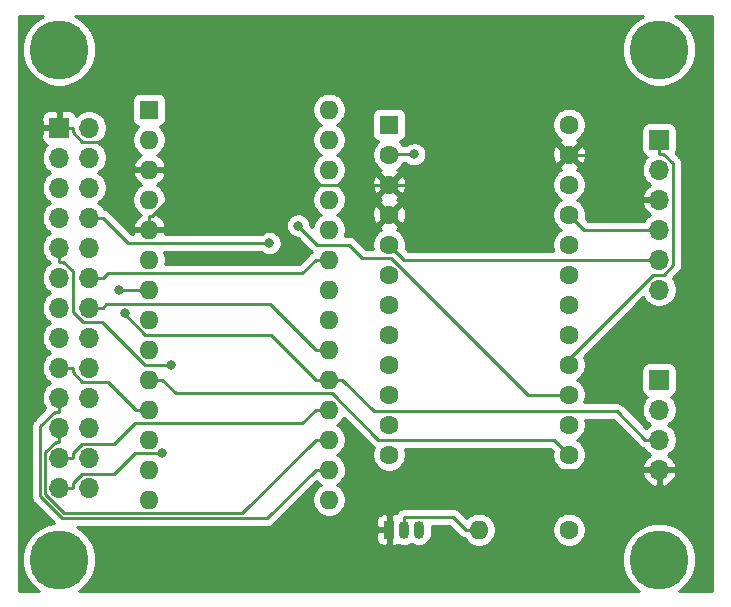
<source format=gtl>
G04 #@! TF.GenerationSoftware,KiCad,Pcbnew,(5.1.6)-1*
G04 #@! TF.CreationDate,2021-10-09T22:21:20+02:00*
G04 #@! TF.ProjectId,kicad-c128keyb,6b696361-642d-4633-9132-386b6579622e,rev?*
G04 #@! TF.SameCoordinates,Original*
G04 #@! TF.FileFunction,Copper,L1,Top*
G04 #@! TF.FilePolarity,Positive*
%FSLAX46Y46*%
G04 Gerber Fmt 4.6, Leading zero omitted, Abs format (unit mm)*
G04 Created by KiCad (PCBNEW (5.1.6)-1) date 2021-10-09 22:21:20*
%MOMM*%
%LPD*%
G01*
G04 APERTURE LIST*
G04 #@! TA.AperFunction,ComponentPad*
%ADD10C,5.000000*%
G04 #@! TD*
G04 #@! TA.AperFunction,ComponentPad*
%ADD11R,1.700000X1.700000*%
G04 #@! TD*
G04 #@! TA.AperFunction,ComponentPad*
%ADD12O,1.700000X1.700000*%
G04 #@! TD*
G04 #@! TA.AperFunction,ComponentPad*
%ADD13C,1.600000*%
G04 #@! TD*
G04 #@! TA.AperFunction,ComponentPad*
%ADD14R,1.600000X1.600000*%
G04 #@! TD*
G04 #@! TA.AperFunction,ComponentPad*
%ADD15O,1.600000X1.600000*%
G04 #@! TD*
G04 #@! TA.AperFunction,ComponentPad*
%ADD16O,0.900000X1.500000*%
G04 #@! TD*
G04 #@! TA.AperFunction,ComponentPad*
%ADD17R,0.900000X1.500000*%
G04 #@! TD*
G04 #@! TA.AperFunction,ViaPad*
%ADD18C,0.800000*%
G04 #@! TD*
G04 #@! TA.AperFunction,Conductor*
%ADD19C,0.250000*%
G04 #@! TD*
G04 #@! TA.AperFunction,Conductor*
%ADD20C,0.254000*%
G04 #@! TD*
G04 APERTURE END LIST*
D10*
X99060000Y-106680000D03*
X149860000Y-106680000D03*
X149860000Y-63500000D03*
X99060000Y-63500000D03*
D11*
X99060000Y-70104000D03*
D12*
X101600000Y-70104000D03*
X99060000Y-72644000D03*
X101600000Y-72644000D03*
X99060000Y-75184000D03*
X101600000Y-75184000D03*
X99060000Y-77724000D03*
X101600000Y-77724000D03*
X99060000Y-80264000D03*
X101600000Y-80264000D03*
X99060000Y-82804000D03*
X101600000Y-82804000D03*
X99060000Y-85344000D03*
X101600000Y-85344000D03*
X99060000Y-87884000D03*
X101600000Y-87884000D03*
X99060000Y-90424000D03*
X101600000Y-90424000D03*
X99060000Y-92964000D03*
X101600000Y-92964000D03*
X99060000Y-95504000D03*
X101600000Y-95504000D03*
X99060000Y-98044000D03*
X101600000Y-98044000D03*
X99060000Y-100584000D03*
X101600000Y-100584000D03*
D13*
X142240000Y-69850000D03*
X142240000Y-72390000D03*
X142240000Y-74930000D03*
X142240000Y-77470000D03*
X142240000Y-80010000D03*
X142240000Y-82550000D03*
X142240000Y-85090000D03*
X142240000Y-87630000D03*
X142240000Y-90170000D03*
X142240000Y-92710000D03*
X142240000Y-95250000D03*
X142240000Y-97790000D03*
X127000000Y-97790000D03*
X127000000Y-95250000D03*
X127000000Y-92710000D03*
X127000000Y-90170000D03*
X127000000Y-87630000D03*
X127000000Y-85090000D03*
X127000000Y-82550000D03*
X127000000Y-80010000D03*
X127000000Y-77470000D03*
X127000000Y-74930000D03*
X127000000Y-72390000D03*
D14*
X127000000Y-69850000D03*
X106680000Y-68580000D03*
D15*
X121920000Y-101600000D03*
X106680000Y-71120000D03*
X121920000Y-99060000D03*
X106680000Y-73660000D03*
X121920000Y-96520000D03*
X106680000Y-76200000D03*
X121920000Y-93980000D03*
X106680000Y-78740000D03*
X121920000Y-91440000D03*
X106680000Y-81280000D03*
X121920000Y-88900000D03*
X106680000Y-83820000D03*
X121920000Y-86360000D03*
X106680000Y-86360000D03*
X121920000Y-83820000D03*
X106680000Y-88900000D03*
X121920000Y-81280000D03*
X106680000Y-91440000D03*
X121920000Y-78740000D03*
X106680000Y-93980000D03*
X121920000Y-76200000D03*
X106680000Y-96520000D03*
X121920000Y-73660000D03*
X106680000Y-99060000D03*
X121920000Y-71120000D03*
X106680000Y-101600000D03*
X121920000Y-68580000D03*
D13*
X142240000Y-104140000D03*
D15*
X134620000Y-104140000D03*
D16*
X128270000Y-104140000D03*
X129540000Y-104140000D03*
D17*
X127000000Y-104140000D03*
D11*
X149860000Y-71120000D03*
D12*
X149860000Y-73660000D03*
X149860000Y-76200000D03*
X149860000Y-78740000D03*
X149860000Y-81280000D03*
X149860000Y-83820000D03*
D11*
X149860000Y-91440000D03*
D12*
X149860000Y-93980000D03*
X149860000Y-96520000D03*
X149860000Y-99060000D03*
D18*
X104637300Y-85829600D03*
X119297500Y-78401100D03*
X108568600Y-90170000D03*
X107814700Y-97645400D03*
X116861800Y-79887100D03*
X104136900Y-83820000D03*
X129123500Y-72359400D03*
D19*
X120794700Y-91440000D02*
X116984700Y-87630000D01*
X116984700Y-87630000D02*
X106349400Y-87630000D01*
X106349400Y-87630000D02*
X104637300Y-85917900D01*
X104637300Y-85917900D02*
X104637300Y-85829600D01*
X121920000Y-91440000D02*
X120794700Y-91440000D01*
X121920000Y-91440000D02*
X123045300Y-91440000D01*
X149860000Y-96520000D02*
X148684700Y-96520000D01*
X148684700Y-96520000D02*
X146289300Y-94124600D01*
X146289300Y-94124600D02*
X125729900Y-94124600D01*
X125729900Y-94124600D02*
X123045300Y-91440000D01*
X149860000Y-78740000D02*
X143510000Y-78740000D01*
X143510000Y-78740000D02*
X142240000Y-77470000D01*
X149860000Y-76200000D02*
X148684700Y-76200000D01*
X148684700Y-76200000D02*
X144874700Y-72390000D01*
X144874700Y-72390000D02*
X142240000Y-72390000D01*
X106680000Y-78740000D02*
X106680000Y-77614700D01*
X109075300Y-74930000D02*
X107805300Y-73660000D01*
X127000000Y-74930000D02*
X109075300Y-74930000D01*
X106680000Y-77614700D02*
X106961300Y-77614700D01*
X106961300Y-77614700D02*
X109075300Y-75500700D01*
X109075300Y-75500700D02*
X109075300Y-74930000D01*
X106680000Y-73660000D02*
X107805300Y-73660000D01*
X142240000Y-72390000D02*
X139700000Y-74930000D01*
X139700000Y-74930000D02*
X127000000Y-74930000D01*
X105554700Y-73660000D02*
X105554700Y-73609500D01*
X105554700Y-73609500D02*
X103224500Y-71279300D01*
X103224500Y-71279300D02*
X101043200Y-71279300D01*
X101043200Y-71279300D02*
X100235300Y-70471400D01*
X100235300Y-70471400D02*
X100235300Y-70104000D01*
X106680000Y-73660000D02*
X105554700Y-73660000D01*
X99060000Y-70104000D02*
X100235300Y-70104000D01*
X127000000Y-104140000D02*
X127000000Y-103064700D01*
X127000000Y-103064700D02*
X131004700Y-99060000D01*
X131004700Y-99060000D02*
X149860000Y-99060000D01*
X119297500Y-78401100D02*
X120906400Y-80010000D01*
X120906400Y-80010000D02*
X123598300Y-80010000D01*
X123598300Y-80010000D02*
X124723700Y-81135400D01*
X124723700Y-81135400D02*
X127198300Y-81135400D01*
X127198300Y-81135400D02*
X138772900Y-92710000D01*
X138772900Y-92710000D02*
X142240000Y-92710000D01*
X106680000Y-91440000D02*
X107805300Y-91440000D01*
X107805300Y-91440000D02*
X108930600Y-92565300D01*
X108930600Y-92565300D02*
X122129400Y-92565300D01*
X122129400Y-92565300D02*
X126084100Y-96520000D01*
X126084100Y-96520000D02*
X140970000Y-96520000D01*
X140970000Y-96520000D02*
X142240000Y-97790000D01*
X99060000Y-81439300D02*
X99427400Y-81439300D01*
X99427400Y-81439300D02*
X100235300Y-82247200D01*
X100235300Y-82247200D02*
X100235300Y-85687900D01*
X100235300Y-85687900D02*
X101066800Y-86519400D01*
X101066800Y-86519400D02*
X102687800Y-86519400D01*
X102687800Y-86519400D02*
X106338400Y-90170000D01*
X106338400Y-90170000D02*
X108568600Y-90170000D01*
X99060000Y-80264000D02*
X99060000Y-81439300D01*
X99060000Y-90424000D02*
X100235300Y-90424000D01*
X106680000Y-93980000D02*
X105554700Y-93980000D01*
X105554700Y-93980000D02*
X103174000Y-91599300D01*
X103174000Y-91599300D02*
X101043200Y-91599300D01*
X101043200Y-91599300D02*
X100235300Y-90791400D01*
X100235300Y-90791400D02*
X100235300Y-90424000D01*
X99060000Y-94139300D02*
X98692600Y-94139300D01*
X98692600Y-94139300D02*
X97434400Y-95397500D01*
X97434400Y-95397500D02*
X97434400Y-101305800D01*
X97434400Y-101305800D02*
X99317600Y-103189000D01*
X99317600Y-103189000D02*
X116665700Y-103189000D01*
X116665700Y-103189000D02*
X120794700Y-99060000D01*
X99060000Y-92964000D02*
X99060000Y-94139300D01*
X121920000Y-99060000D02*
X120794700Y-99060000D01*
X121920000Y-96520000D02*
X120794700Y-96520000D01*
X99060000Y-95504000D02*
X99060000Y-96679300D01*
X120794700Y-96520000D02*
X114576000Y-102738700D01*
X114576000Y-102738700D02*
X99504200Y-102738700D01*
X99504200Y-102738700D02*
X97884700Y-101119200D01*
X97884700Y-101119200D02*
X97884700Y-97553300D01*
X97884700Y-97553300D02*
X98758700Y-96679300D01*
X98758700Y-96679300D02*
X99060000Y-96679300D01*
X99060000Y-98044000D02*
X100235300Y-98044000D01*
X121920000Y-93980000D02*
X120794700Y-93980000D01*
X120794700Y-93980000D02*
X119669400Y-95105300D01*
X119669400Y-95105300D02*
X105460900Y-95105300D01*
X105460900Y-95105300D02*
X103697500Y-96868700D01*
X103697500Y-96868700D02*
X101043200Y-96868700D01*
X101043200Y-96868700D02*
X100235300Y-97676600D01*
X100235300Y-97676600D02*
X100235300Y-98044000D01*
X107814700Y-97645400D02*
X105460800Y-97645400D01*
X105460800Y-97645400D02*
X103697500Y-99408700D01*
X103697500Y-99408700D02*
X101043200Y-99408700D01*
X101043200Y-99408700D02*
X100235300Y-100216600D01*
X100235300Y-100216600D02*
X100235300Y-100584000D01*
X99060000Y-100584000D02*
X100235300Y-100584000D01*
X102775300Y-77724000D02*
X104938400Y-79887100D01*
X104938400Y-79887100D02*
X116861800Y-79887100D01*
X101600000Y-77724000D02*
X102775300Y-77724000D01*
X106680000Y-83820000D02*
X104136900Y-83820000D01*
X101600000Y-82804000D02*
X102775300Y-82804000D01*
X121920000Y-81280000D02*
X120794700Y-81280000D01*
X120794700Y-81280000D02*
X119669400Y-82405300D01*
X119669400Y-82405300D02*
X103174000Y-82405300D01*
X103174000Y-82405300D02*
X102775300Y-82804000D01*
X101600000Y-85344000D02*
X102775300Y-85344000D01*
X121920000Y-88900000D02*
X120794700Y-88900000D01*
X120794700Y-88900000D02*
X116959200Y-85064500D01*
X116959200Y-85064500D02*
X103054800Y-85064500D01*
X103054800Y-85064500D02*
X102775300Y-85344000D01*
X129123500Y-72359400D02*
X127030600Y-72359400D01*
X127030600Y-72359400D02*
X127000000Y-72390000D01*
X149860000Y-71120000D02*
X149860000Y-72295300D01*
X149860000Y-72295300D02*
X150227300Y-72295300D01*
X150227300Y-72295300D02*
X151061300Y-73129300D01*
X151061300Y-73129300D02*
X151061300Y-81741200D01*
X151061300Y-81741200D02*
X150252500Y-82550000D01*
X150252500Y-82550000D02*
X149370200Y-82550000D01*
X149370200Y-82550000D02*
X142240000Y-89680200D01*
X142240000Y-89680200D02*
X142240000Y-90170000D01*
X149860000Y-81280000D02*
X128270000Y-81280000D01*
X128270000Y-81280000D02*
X127000000Y-80010000D01*
X134620000Y-104140000D02*
X133494700Y-104140000D01*
X128270000Y-104140000D02*
X128270000Y-103064700D01*
X128270000Y-103064700D02*
X132419400Y-103064700D01*
X132419400Y-103064700D02*
X133494700Y-104140000D01*
D20*
G36*
X97575021Y-60721799D02*
G01*
X97061554Y-61064886D01*
X96624886Y-61501554D01*
X96281799Y-62015021D01*
X96045476Y-62585554D01*
X95925000Y-63191229D01*
X95925000Y-63808771D01*
X96045476Y-64414446D01*
X96281799Y-64984979D01*
X96624886Y-65498446D01*
X97061554Y-65935114D01*
X97575021Y-66278201D01*
X98145554Y-66514524D01*
X98751229Y-66635000D01*
X99368771Y-66635000D01*
X99974446Y-66514524D01*
X100544979Y-66278201D01*
X101058446Y-65935114D01*
X101495114Y-65498446D01*
X101838201Y-64984979D01*
X102074524Y-64414446D01*
X102195000Y-63808771D01*
X102195000Y-63191229D01*
X102074524Y-62585554D01*
X101838201Y-62015021D01*
X101495114Y-61501554D01*
X101058446Y-61064886D01*
X100544979Y-60721799D01*
X100395783Y-60660000D01*
X148524217Y-60660000D01*
X148375021Y-60721799D01*
X147861554Y-61064886D01*
X147424886Y-61501554D01*
X147081799Y-62015021D01*
X146845476Y-62585554D01*
X146725000Y-63191229D01*
X146725000Y-63808771D01*
X146845476Y-64414446D01*
X147081799Y-64984979D01*
X147424886Y-65498446D01*
X147861554Y-65935114D01*
X148375021Y-66278201D01*
X148945554Y-66514524D01*
X149551229Y-66635000D01*
X150168771Y-66635000D01*
X150774446Y-66514524D01*
X151344979Y-66278201D01*
X151858446Y-65935114D01*
X152295114Y-65498446D01*
X152638201Y-64984979D01*
X152874524Y-64414446D01*
X152995000Y-63808771D01*
X152995000Y-63191229D01*
X152874524Y-62585554D01*
X152638201Y-62015021D01*
X152295114Y-61501554D01*
X151858446Y-61064886D01*
X151344979Y-60721799D01*
X151195783Y-60660000D01*
X154340001Y-60660000D01*
X154340000Y-109340000D01*
X151521880Y-109340000D01*
X151858446Y-109115114D01*
X152295114Y-108678446D01*
X152638201Y-108164979D01*
X152874524Y-107594446D01*
X152995000Y-106988771D01*
X152995000Y-106371229D01*
X152874524Y-105765554D01*
X152638201Y-105195021D01*
X152295114Y-104681554D01*
X151858446Y-104244886D01*
X151344979Y-103901799D01*
X150774446Y-103665476D01*
X150168771Y-103545000D01*
X149551229Y-103545000D01*
X148945554Y-103665476D01*
X148375021Y-103901799D01*
X147861554Y-104244886D01*
X147424886Y-104681554D01*
X147081799Y-105195021D01*
X146845476Y-105765554D01*
X146725000Y-106371229D01*
X146725000Y-106988771D01*
X146845476Y-107594446D01*
X147081799Y-108164979D01*
X147424886Y-108678446D01*
X147861554Y-109115114D01*
X148198120Y-109340000D01*
X100721880Y-109340000D01*
X101058446Y-109115114D01*
X101495114Y-108678446D01*
X101838201Y-108164979D01*
X102074524Y-107594446D01*
X102195000Y-106988771D01*
X102195000Y-106371229D01*
X102074524Y-105765554D01*
X101838201Y-105195021D01*
X101634393Y-104890000D01*
X125911928Y-104890000D01*
X125924188Y-105014482D01*
X125960498Y-105134180D01*
X126019463Y-105244494D01*
X126098815Y-105341185D01*
X126195506Y-105420537D01*
X126305820Y-105479502D01*
X126425518Y-105515812D01*
X126550000Y-105528072D01*
X126714250Y-105525000D01*
X126873000Y-105366250D01*
X126873000Y-104267000D01*
X126073750Y-104267000D01*
X125915000Y-104425750D01*
X125911928Y-104890000D01*
X101634393Y-104890000D01*
X101495114Y-104681554D01*
X101058446Y-104244886D01*
X100615620Y-103949000D01*
X116628378Y-103949000D01*
X116665700Y-103952676D01*
X116703022Y-103949000D01*
X116703033Y-103949000D01*
X116814686Y-103938003D01*
X116957947Y-103894546D01*
X117089976Y-103823974D01*
X117205701Y-103729001D01*
X117229504Y-103699997D01*
X117539501Y-103390000D01*
X125911928Y-103390000D01*
X125915000Y-103854250D01*
X126073750Y-104013000D01*
X126873000Y-104013000D01*
X126873000Y-102913750D01*
X127127000Y-102913750D01*
X127127000Y-104013000D01*
X127147000Y-104013000D01*
X127147000Y-104267000D01*
X127127000Y-104267000D01*
X127127000Y-105366250D01*
X127285750Y-105525000D01*
X127450000Y-105528072D01*
X127574482Y-105515812D01*
X127694180Y-105479502D01*
X127803640Y-105420993D01*
X127852780Y-105447259D01*
X128057303Y-105509300D01*
X128270000Y-105530249D01*
X128482696Y-105509300D01*
X128687219Y-105447259D01*
X128875710Y-105346509D01*
X128905000Y-105322471D01*
X128934290Y-105346509D01*
X129122780Y-105447259D01*
X129327303Y-105509300D01*
X129540000Y-105530249D01*
X129752696Y-105509300D01*
X129957219Y-105447259D01*
X130145710Y-105346509D01*
X130310922Y-105210922D01*
X130446509Y-105045710D01*
X130547259Y-104857220D01*
X130609300Y-104652697D01*
X130625000Y-104493294D01*
X130625000Y-103824700D01*
X132104599Y-103824700D01*
X132930901Y-104651003D01*
X132954699Y-104680001D01*
X133070424Y-104774974D01*
X133202453Y-104845546D01*
X133345714Y-104889003D01*
X133398053Y-104894158D01*
X133505363Y-105054759D01*
X133705241Y-105254637D01*
X133940273Y-105411680D01*
X134201426Y-105519853D01*
X134478665Y-105575000D01*
X134761335Y-105575000D01*
X135038574Y-105519853D01*
X135299727Y-105411680D01*
X135534759Y-105254637D01*
X135734637Y-105054759D01*
X135891680Y-104819727D01*
X135999853Y-104558574D01*
X136055000Y-104281335D01*
X136055000Y-103998665D01*
X140805000Y-103998665D01*
X140805000Y-104281335D01*
X140860147Y-104558574D01*
X140968320Y-104819727D01*
X141125363Y-105054759D01*
X141325241Y-105254637D01*
X141560273Y-105411680D01*
X141821426Y-105519853D01*
X142098665Y-105575000D01*
X142381335Y-105575000D01*
X142658574Y-105519853D01*
X142919727Y-105411680D01*
X143154759Y-105254637D01*
X143354637Y-105054759D01*
X143511680Y-104819727D01*
X143619853Y-104558574D01*
X143675000Y-104281335D01*
X143675000Y-103998665D01*
X143619853Y-103721426D01*
X143511680Y-103460273D01*
X143354637Y-103225241D01*
X143154759Y-103025363D01*
X142919727Y-102868320D01*
X142658574Y-102760147D01*
X142381335Y-102705000D01*
X142098665Y-102705000D01*
X141821426Y-102760147D01*
X141560273Y-102868320D01*
X141325241Y-103025363D01*
X141125363Y-103225241D01*
X140968320Y-103460273D01*
X140860147Y-103721426D01*
X140805000Y-103998665D01*
X136055000Y-103998665D01*
X135999853Y-103721426D01*
X135891680Y-103460273D01*
X135734637Y-103225241D01*
X135534759Y-103025363D01*
X135299727Y-102868320D01*
X135038574Y-102760147D01*
X134761335Y-102705000D01*
X134478665Y-102705000D01*
X134201426Y-102760147D01*
X133940273Y-102868320D01*
X133705241Y-103025363D01*
X133580053Y-103150551D01*
X132983204Y-102553702D01*
X132959401Y-102524699D01*
X132843676Y-102429726D01*
X132711647Y-102359154D01*
X132568386Y-102315697D01*
X132456733Y-102304700D01*
X132456722Y-102304700D01*
X132419400Y-102301024D01*
X132382078Y-102304700D01*
X128307333Y-102304700D01*
X128270000Y-102301023D01*
X128232667Y-102304700D01*
X128121014Y-102315697D01*
X127977753Y-102359154D01*
X127845724Y-102429726D01*
X127729999Y-102524699D01*
X127635026Y-102640424D01*
X127569152Y-102763663D01*
X127450000Y-102751928D01*
X127285750Y-102755000D01*
X127127000Y-102913750D01*
X126873000Y-102913750D01*
X126714250Y-102755000D01*
X126550000Y-102751928D01*
X126425518Y-102764188D01*
X126305820Y-102800498D01*
X126195506Y-102859463D01*
X126098815Y-102938815D01*
X126019463Y-103035506D01*
X125960498Y-103145820D01*
X125924188Y-103265518D01*
X125911928Y-103390000D01*
X117539501Y-103390000D01*
X120880053Y-100049449D01*
X121005241Y-100174637D01*
X121237759Y-100330000D01*
X121005241Y-100485363D01*
X120805363Y-100685241D01*
X120648320Y-100920273D01*
X120540147Y-101181426D01*
X120485000Y-101458665D01*
X120485000Y-101741335D01*
X120540147Y-102018574D01*
X120648320Y-102279727D01*
X120805363Y-102514759D01*
X121005241Y-102714637D01*
X121240273Y-102871680D01*
X121501426Y-102979853D01*
X121778665Y-103035000D01*
X122061335Y-103035000D01*
X122338574Y-102979853D01*
X122599727Y-102871680D01*
X122834759Y-102714637D01*
X123034637Y-102514759D01*
X123191680Y-102279727D01*
X123299853Y-102018574D01*
X123355000Y-101741335D01*
X123355000Y-101458665D01*
X123299853Y-101181426D01*
X123191680Y-100920273D01*
X123034637Y-100685241D01*
X122834759Y-100485363D01*
X122602241Y-100330000D01*
X122834759Y-100174637D01*
X123034637Y-99974759D01*
X123191680Y-99739727D01*
X123299853Y-99478574D01*
X123312122Y-99416890D01*
X148418524Y-99416890D01*
X148463175Y-99564099D01*
X148588359Y-99826920D01*
X148762412Y-100060269D01*
X148978645Y-100255178D01*
X149228748Y-100404157D01*
X149503109Y-100501481D01*
X149733000Y-100380814D01*
X149733000Y-99187000D01*
X149987000Y-99187000D01*
X149987000Y-100380814D01*
X150216891Y-100501481D01*
X150491252Y-100404157D01*
X150741355Y-100255178D01*
X150957588Y-100060269D01*
X151131641Y-99826920D01*
X151256825Y-99564099D01*
X151301476Y-99416890D01*
X151180155Y-99187000D01*
X149987000Y-99187000D01*
X149733000Y-99187000D01*
X148539845Y-99187000D01*
X148418524Y-99416890D01*
X123312122Y-99416890D01*
X123355000Y-99201335D01*
X123355000Y-98918665D01*
X123299853Y-98641426D01*
X123191680Y-98380273D01*
X123034637Y-98145241D01*
X122834759Y-97945363D01*
X122602241Y-97790000D01*
X122834759Y-97634637D01*
X123034637Y-97434759D01*
X123191680Y-97199727D01*
X123299853Y-96938574D01*
X123355000Y-96661335D01*
X123355000Y-96378665D01*
X123299853Y-96101426D01*
X123191680Y-95840273D01*
X123034637Y-95605241D01*
X122834759Y-95405363D01*
X122602241Y-95250000D01*
X122834759Y-95094637D01*
X123034637Y-94894759D01*
X123174595Y-94685297D01*
X125520305Y-97031008D01*
X125544099Y-97060001D01*
X125573092Y-97083795D01*
X125573096Y-97083799D01*
X125628204Y-97129024D01*
X125659824Y-97154974D01*
X125700744Y-97176847D01*
X125620147Y-97371426D01*
X125565000Y-97648665D01*
X125565000Y-97931335D01*
X125620147Y-98208574D01*
X125728320Y-98469727D01*
X125885363Y-98704759D01*
X126085241Y-98904637D01*
X126320273Y-99061680D01*
X126581426Y-99169853D01*
X126858665Y-99225000D01*
X127141335Y-99225000D01*
X127418574Y-99169853D01*
X127679727Y-99061680D01*
X127914759Y-98904637D01*
X128114637Y-98704759D01*
X128271680Y-98469727D01*
X128379853Y-98208574D01*
X128435000Y-97931335D01*
X128435000Y-97648665D01*
X128379853Y-97371426D01*
X128341983Y-97280000D01*
X140655199Y-97280000D01*
X140841312Y-97466114D01*
X140805000Y-97648665D01*
X140805000Y-97931335D01*
X140860147Y-98208574D01*
X140968320Y-98469727D01*
X141125363Y-98704759D01*
X141325241Y-98904637D01*
X141560273Y-99061680D01*
X141821426Y-99169853D01*
X142098665Y-99225000D01*
X142381335Y-99225000D01*
X142658574Y-99169853D01*
X142919727Y-99061680D01*
X143154759Y-98904637D01*
X143354637Y-98704759D01*
X143511680Y-98469727D01*
X143619853Y-98208574D01*
X143675000Y-97931335D01*
X143675000Y-97648665D01*
X143619853Y-97371426D01*
X143511680Y-97110273D01*
X143354637Y-96875241D01*
X143154759Y-96675363D01*
X142922241Y-96520000D01*
X143154759Y-96364637D01*
X143354637Y-96164759D01*
X143511680Y-95929727D01*
X143619853Y-95668574D01*
X143675000Y-95391335D01*
X143675000Y-95108665D01*
X143630430Y-94884600D01*
X145974499Y-94884600D01*
X148120900Y-97031002D01*
X148144699Y-97060001D01*
X148260424Y-97154974D01*
X148392453Y-97225546D01*
X148535714Y-97269003D01*
X148577204Y-97273089D01*
X148706525Y-97466632D01*
X148913368Y-97673475D01*
X149095534Y-97795195D01*
X148978645Y-97864822D01*
X148762412Y-98059731D01*
X148588359Y-98293080D01*
X148463175Y-98555901D01*
X148418524Y-98703110D01*
X148539845Y-98933000D01*
X149733000Y-98933000D01*
X149733000Y-98913000D01*
X149987000Y-98913000D01*
X149987000Y-98933000D01*
X151180155Y-98933000D01*
X151301476Y-98703110D01*
X151256825Y-98555901D01*
X151131641Y-98293080D01*
X150957588Y-98059731D01*
X150741355Y-97864822D01*
X150624466Y-97795195D01*
X150806632Y-97673475D01*
X151013475Y-97466632D01*
X151175990Y-97223411D01*
X151287932Y-96953158D01*
X151345000Y-96666260D01*
X151345000Y-96373740D01*
X151287932Y-96086842D01*
X151175990Y-95816589D01*
X151013475Y-95573368D01*
X150806632Y-95366525D01*
X150632240Y-95250000D01*
X150806632Y-95133475D01*
X151013475Y-94926632D01*
X151175990Y-94683411D01*
X151287932Y-94413158D01*
X151345000Y-94126260D01*
X151345000Y-93833740D01*
X151287932Y-93546842D01*
X151175990Y-93276589D01*
X151013475Y-93033368D01*
X150881620Y-92901513D01*
X150954180Y-92879502D01*
X151064494Y-92820537D01*
X151161185Y-92741185D01*
X151240537Y-92644494D01*
X151299502Y-92534180D01*
X151335812Y-92414482D01*
X151348072Y-92290000D01*
X151348072Y-90590000D01*
X151335812Y-90465518D01*
X151299502Y-90345820D01*
X151240537Y-90235506D01*
X151161185Y-90138815D01*
X151064494Y-90059463D01*
X150954180Y-90000498D01*
X150834482Y-89964188D01*
X150710000Y-89951928D01*
X149010000Y-89951928D01*
X148885518Y-89964188D01*
X148765820Y-90000498D01*
X148655506Y-90059463D01*
X148558815Y-90138815D01*
X148479463Y-90235506D01*
X148420498Y-90345820D01*
X148384188Y-90465518D01*
X148371928Y-90590000D01*
X148371928Y-92290000D01*
X148384188Y-92414482D01*
X148420498Y-92534180D01*
X148479463Y-92644494D01*
X148558815Y-92741185D01*
X148655506Y-92820537D01*
X148765820Y-92879502D01*
X148838380Y-92901513D01*
X148706525Y-93033368D01*
X148544010Y-93276589D01*
X148432068Y-93546842D01*
X148375000Y-93833740D01*
X148375000Y-94126260D01*
X148432068Y-94413158D01*
X148544010Y-94683411D01*
X148706525Y-94926632D01*
X148913368Y-95133475D01*
X149087760Y-95250000D01*
X148913368Y-95366525D01*
X148759697Y-95520196D01*
X146853104Y-93613603D01*
X146829301Y-93584599D01*
X146713576Y-93489626D01*
X146581547Y-93419054D01*
X146438286Y-93375597D01*
X146326633Y-93364600D01*
X146326622Y-93364600D01*
X146289300Y-93360924D01*
X146251978Y-93364600D01*
X143522088Y-93364600D01*
X143619853Y-93128574D01*
X143675000Y-92851335D01*
X143675000Y-92568665D01*
X143619853Y-92291426D01*
X143511680Y-92030273D01*
X143354637Y-91795241D01*
X143154759Y-91595363D01*
X142922241Y-91440000D01*
X143154759Y-91284637D01*
X143354637Y-91084759D01*
X143511680Y-90849727D01*
X143619853Y-90588574D01*
X143675000Y-90311335D01*
X143675000Y-90028665D01*
X143619853Y-89751426D01*
X143511680Y-89490273D01*
X143508895Y-89486106D01*
X148522799Y-84472203D01*
X148544010Y-84523411D01*
X148706525Y-84766632D01*
X148913368Y-84973475D01*
X149156589Y-85135990D01*
X149426842Y-85247932D01*
X149713740Y-85305000D01*
X150006260Y-85305000D01*
X150293158Y-85247932D01*
X150563411Y-85135990D01*
X150806632Y-84973475D01*
X151013475Y-84766632D01*
X151175990Y-84523411D01*
X151287932Y-84253158D01*
X151345000Y-83966260D01*
X151345000Y-83673740D01*
X151287932Y-83386842D01*
X151175990Y-83116589D01*
X151013475Y-82873368D01*
X151008704Y-82868597D01*
X151572302Y-82304999D01*
X151601301Y-82281201D01*
X151646085Y-82226632D01*
X151696274Y-82165477D01*
X151766846Y-82033447D01*
X151773959Y-82009999D01*
X151810303Y-81890186D01*
X151821300Y-81778533D01*
X151821300Y-81778523D01*
X151824976Y-81741200D01*
X151821300Y-81703877D01*
X151821300Y-73166622D01*
X151824976Y-73129299D01*
X151821300Y-73091976D01*
X151821300Y-73091967D01*
X151810303Y-72980314D01*
X151766846Y-72837053D01*
X151754671Y-72814276D01*
X151696274Y-72705023D01*
X151625099Y-72618297D01*
X151601301Y-72589299D01*
X151572304Y-72565502D01*
X151272151Y-72265349D01*
X151299502Y-72214180D01*
X151335812Y-72094482D01*
X151348072Y-71970000D01*
X151348072Y-70270000D01*
X151335812Y-70145518D01*
X151299502Y-70025820D01*
X151240537Y-69915506D01*
X151161185Y-69818815D01*
X151064494Y-69739463D01*
X150954180Y-69680498D01*
X150834482Y-69644188D01*
X150710000Y-69631928D01*
X149010000Y-69631928D01*
X148885518Y-69644188D01*
X148765820Y-69680498D01*
X148655506Y-69739463D01*
X148558815Y-69818815D01*
X148479463Y-69915506D01*
X148420498Y-70025820D01*
X148384188Y-70145518D01*
X148371928Y-70270000D01*
X148371928Y-71970000D01*
X148384188Y-72094482D01*
X148420498Y-72214180D01*
X148479463Y-72324494D01*
X148558815Y-72421185D01*
X148655506Y-72500537D01*
X148765820Y-72559502D01*
X148838380Y-72581513D01*
X148706525Y-72713368D01*
X148544010Y-72956589D01*
X148432068Y-73226842D01*
X148375000Y-73513740D01*
X148375000Y-73806260D01*
X148432068Y-74093158D01*
X148544010Y-74363411D01*
X148706525Y-74606632D01*
X148913368Y-74813475D01*
X149095534Y-74935195D01*
X148978645Y-75004822D01*
X148762412Y-75199731D01*
X148588359Y-75433080D01*
X148463175Y-75695901D01*
X148418524Y-75843110D01*
X148539845Y-76073000D01*
X149733000Y-76073000D01*
X149733000Y-76053000D01*
X149987000Y-76053000D01*
X149987000Y-76073000D01*
X150007000Y-76073000D01*
X150007000Y-76327000D01*
X149987000Y-76327000D01*
X149987000Y-76347000D01*
X149733000Y-76347000D01*
X149733000Y-76327000D01*
X148539845Y-76327000D01*
X148418524Y-76556890D01*
X148463175Y-76704099D01*
X148588359Y-76966920D01*
X148762412Y-77200269D01*
X148978645Y-77395178D01*
X149095534Y-77464805D01*
X148913368Y-77586525D01*
X148706525Y-77793368D01*
X148581822Y-77980000D01*
X143824802Y-77980000D01*
X143638688Y-77793886D01*
X143675000Y-77611335D01*
X143675000Y-77328665D01*
X143619853Y-77051426D01*
X143511680Y-76790273D01*
X143354637Y-76555241D01*
X143154759Y-76355363D01*
X142922241Y-76200000D01*
X143154759Y-76044637D01*
X143354637Y-75844759D01*
X143511680Y-75609727D01*
X143619853Y-75348574D01*
X143675000Y-75071335D01*
X143675000Y-74788665D01*
X143619853Y-74511426D01*
X143511680Y-74250273D01*
X143354637Y-74015241D01*
X143154759Y-73815363D01*
X142920872Y-73659085D01*
X142981514Y-73626671D01*
X143053097Y-73382702D01*
X142240000Y-72569605D01*
X141426903Y-73382702D01*
X141498486Y-73626671D01*
X141562992Y-73657194D01*
X141560273Y-73658320D01*
X141325241Y-73815363D01*
X141125363Y-74015241D01*
X140968320Y-74250273D01*
X140860147Y-74511426D01*
X140805000Y-74788665D01*
X140805000Y-75071335D01*
X140860147Y-75348574D01*
X140968320Y-75609727D01*
X141125363Y-75844759D01*
X141325241Y-76044637D01*
X141557759Y-76200000D01*
X141325241Y-76355363D01*
X141125363Y-76555241D01*
X140968320Y-76790273D01*
X140860147Y-77051426D01*
X140805000Y-77328665D01*
X140805000Y-77611335D01*
X140860147Y-77888574D01*
X140968320Y-78149727D01*
X141125363Y-78384759D01*
X141325241Y-78584637D01*
X141557759Y-78740000D01*
X141325241Y-78895363D01*
X141125363Y-79095241D01*
X140968320Y-79330273D01*
X140860147Y-79591426D01*
X140805000Y-79868665D01*
X140805000Y-80151335D01*
X140860147Y-80428574D01*
X140898017Y-80520000D01*
X128584802Y-80520000D01*
X128398688Y-80333886D01*
X128435000Y-80151335D01*
X128435000Y-79868665D01*
X128379853Y-79591426D01*
X128271680Y-79330273D01*
X128114637Y-79095241D01*
X127914759Y-78895363D01*
X127680872Y-78739085D01*
X127741514Y-78706671D01*
X127813097Y-78462702D01*
X127000000Y-77649605D01*
X126186903Y-78462702D01*
X126258486Y-78706671D01*
X126322992Y-78737194D01*
X126320273Y-78738320D01*
X126085241Y-78895363D01*
X125885363Y-79095241D01*
X125728320Y-79330273D01*
X125620147Y-79591426D01*
X125565000Y-79868665D01*
X125565000Y-80151335D01*
X125609570Y-80375400D01*
X125038502Y-80375400D01*
X124162104Y-79499002D01*
X124138301Y-79469999D01*
X124022576Y-79375026D01*
X123890547Y-79304454D01*
X123747286Y-79260997D01*
X123635633Y-79250000D01*
X123635622Y-79250000D01*
X123598300Y-79246324D01*
X123560978Y-79250000D01*
X123261983Y-79250000D01*
X123299853Y-79158574D01*
X123355000Y-78881335D01*
X123355000Y-78598665D01*
X123299853Y-78321426D01*
X123191680Y-78060273D01*
X123034637Y-77825241D01*
X122834759Y-77625363D01*
X122707771Y-77540512D01*
X125559783Y-77540512D01*
X125601213Y-77820130D01*
X125696397Y-78086292D01*
X125763329Y-78211514D01*
X126007298Y-78283097D01*
X126820395Y-77470000D01*
X127179605Y-77470000D01*
X127992702Y-78283097D01*
X128236671Y-78211514D01*
X128357571Y-77956004D01*
X128426300Y-77681816D01*
X128440217Y-77399488D01*
X128398787Y-77119870D01*
X128303603Y-76853708D01*
X128236671Y-76728486D01*
X127992702Y-76656903D01*
X127179605Y-77470000D01*
X126820395Y-77470000D01*
X126007298Y-76656903D01*
X125763329Y-76728486D01*
X125642429Y-76983996D01*
X125573700Y-77258184D01*
X125559783Y-77540512D01*
X122707771Y-77540512D01*
X122602241Y-77470000D01*
X122834759Y-77314637D01*
X123034637Y-77114759D01*
X123191680Y-76879727D01*
X123299853Y-76618574D01*
X123355000Y-76341335D01*
X123355000Y-76058665D01*
X123327955Y-75922702D01*
X126186903Y-75922702D01*
X126258486Y-76166671D01*
X126324636Y-76197971D01*
X126258486Y-76233329D01*
X126186903Y-76477298D01*
X127000000Y-77290395D01*
X127813097Y-76477298D01*
X127741514Y-76233329D01*
X127675364Y-76202029D01*
X127741514Y-76166671D01*
X127813097Y-75922702D01*
X127000000Y-75109605D01*
X126186903Y-75922702D01*
X123327955Y-75922702D01*
X123299853Y-75781426D01*
X123191680Y-75520273D01*
X123034637Y-75285241D01*
X122834759Y-75085363D01*
X122707771Y-75000512D01*
X125559783Y-75000512D01*
X125601213Y-75280130D01*
X125696397Y-75546292D01*
X125763329Y-75671514D01*
X126007298Y-75743097D01*
X126820395Y-74930000D01*
X127179605Y-74930000D01*
X127992702Y-75743097D01*
X128236671Y-75671514D01*
X128357571Y-75416004D01*
X128426300Y-75141816D01*
X128440217Y-74859488D01*
X128398787Y-74579870D01*
X128303603Y-74313708D01*
X128236671Y-74188486D01*
X127992702Y-74116903D01*
X127179605Y-74930000D01*
X126820395Y-74930000D01*
X126007298Y-74116903D01*
X125763329Y-74188486D01*
X125642429Y-74443996D01*
X125573700Y-74718184D01*
X125559783Y-75000512D01*
X122707771Y-75000512D01*
X122602241Y-74930000D01*
X122834759Y-74774637D01*
X123034637Y-74574759D01*
X123191680Y-74339727D01*
X123299853Y-74078574D01*
X123355000Y-73801335D01*
X123355000Y-73518665D01*
X123299853Y-73241426D01*
X123191680Y-72980273D01*
X123034637Y-72745241D01*
X122834759Y-72545363D01*
X122602241Y-72390000D01*
X122834759Y-72234637D01*
X123034637Y-72034759D01*
X123191680Y-71799727D01*
X123299853Y-71538574D01*
X123355000Y-71261335D01*
X123355000Y-70978665D01*
X123299853Y-70701426D01*
X123191680Y-70440273D01*
X123034637Y-70205241D01*
X122834759Y-70005363D01*
X122602241Y-69850000D01*
X122834759Y-69694637D01*
X123034637Y-69494759D01*
X123191680Y-69259727D01*
X123278551Y-69050000D01*
X125561928Y-69050000D01*
X125561928Y-70650000D01*
X125574188Y-70774482D01*
X125610498Y-70894180D01*
X125669463Y-71004494D01*
X125748815Y-71101185D01*
X125845506Y-71180537D01*
X125955820Y-71239502D01*
X126075518Y-71275812D01*
X126083961Y-71276643D01*
X125885363Y-71475241D01*
X125728320Y-71710273D01*
X125620147Y-71971426D01*
X125565000Y-72248665D01*
X125565000Y-72531335D01*
X125620147Y-72808574D01*
X125728320Y-73069727D01*
X125885363Y-73304759D01*
X126085241Y-73504637D01*
X126319128Y-73660915D01*
X126258486Y-73693329D01*
X126186903Y-73937298D01*
X127000000Y-74750395D01*
X127813097Y-73937298D01*
X127741514Y-73693329D01*
X127677008Y-73662806D01*
X127679727Y-73661680D01*
X127914759Y-73504637D01*
X128114637Y-73304759D01*
X128238490Y-73119400D01*
X128419789Y-73119400D01*
X128463726Y-73163337D01*
X128633244Y-73276605D01*
X128821602Y-73354626D01*
X129021561Y-73394400D01*
X129225439Y-73394400D01*
X129425398Y-73354626D01*
X129613756Y-73276605D01*
X129783274Y-73163337D01*
X129927437Y-73019174D01*
X130040705Y-72849656D01*
X130118726Y-72661298D01*
X130158500Y-72461339D01*
X130158500Y-72460512D01*
X140799783Y-72460512D01*
X140841213Y-72740130D01*
X140936397Y-73006292D01*
X141003329Y-73131514D01*
X141247298Y-73203097D01*
X142060395Y-72390000D01*
X142419605Y-72390000D01*
X143232702Y-73203097D01*
X143476671Y-73131514D01*
X143597571Y-72876004D01*
X143666300Y-72601816D01*
X143680217Y-72319488D01*
X143638787Y-72039870D01*
X143543603Y-71773708D01*
X143476671Y-71648486D01*
X143232702Y-71576903D01*
X142419605Y-72390000D01*
X142060395Y-72390000D01*
X141247298Y-71576903D01*
X141003329Y-71648486D01*
X140882429Y-71903996D01*
X140813700Y-72178184D01*
X140799783Y-72460512D01*
X130158500Y-72460512D01*
X130158500Y-72257461D01*
X130118726Y-72057502D01*
X130040705Y-71869144D01*
X129927437Y-71699626D01*
X129783274Y-71555463D01*
X129613756Y-71442195D01*
X129425398Y-71364174D01*
X129225439Y-71324400D01*
X129021561Y-71324400D01*
X128821602Y-71364174D01*
X128633244Y-71442195D01*
X128463726Y-71555463D01*
X128419789Y-71599400D01*
X128197597Y-71599400D01*
X128114637Y-71475241D01*
X127916039Y-71276643D01*
X127924482Y-71275812D01*
X128044180Y-71239502D01*
X128154494Y-71180537D01*
X128251185Y-71101185D01*
X128330537Y-71004494D01*
X128389502Y-70894180D01*
X128425812Y-70774482D01*
X128438072Y-70650000D01*
X128438072Y-69708665D01*
X140805000Y-69708665D01*
X140805000Y-69991335D01*
X140860147Y-70268574D01*
X140968320Y-70529727D01*
X141125363Y-70764759D01*
X141325241Y-70964637D01*
X141559128Y-71120915D01*
X141498486Y-71153329D01*
X141426903Y-71397298D01*
X142240000Y-72210395D01*
X143053097Y-71397298D01*
X142981514Y-71153329D01*
X142917008Y-71122806D01*
X142919727Y-71121680D01*
X143154759Y-70964637D01*
X143354637Y-70764759D01*
X143511680Y-70529727D01*
X143619853Y-70268574D01*
X143675000Y-69991335D01*
X143675000Y-69708665D01*
X143619853Y-69431426D01*
X143511680Y-69170273D01*
X143354637Y-68935241D01*
X143154759Y-68735363D01*
X142919727Y-68578320D01*
X142658574Y-68470147D01*
X142381335Y-68415000D01*
X142098665Y-68415000D01*
X141821426Y-68470147D01*
X141560273Y-68578320D01*
X141325241Y-68735363D01*
X141125363Y-68935241D01*
X140968320Y-69170273D01*
X140860147Y-69431426D01*
X140805000Y-69708665D01*
X128438072Y-69708665D01*
X128438072Y-69050000D01*
X128425812Y-68925518D01*
X128389502Y-68805820D01*
X128330537Y-68695506D01*
X128251185Y-68598815D01*
X128154494Y-68519463D01*
X128044180Y-68460498D01*
X127924482Y-68424188D01*
X127800000Y-68411928D01*
X126200000Y-68411928D01*
X126075518Y-68424188D01*
X125955820Y-68460498D01*
X125845506Y-68519463D01*
X125748815Y-68598815D01*
X125669463Y-68695506D01*
X125610498Y-68805820D01*
X125574188Y-68925518D01*
X125561928Y-69050000D01*
X123278551Y-69050000D01*
X123299853Y-68998574D01*
X123355000Y-68721335D01*
X123355000Y-68438665D01*
X123299853Y-68161426D01*
X123191680Y-67900273D01*
X123034637Y-67665241D01*
X122834759Y-67465363D01*
X122599727Y-67308320D01*
X122338574Y-67200147D01*
X122061335Y-67145000D01*
X121778665Y-67145000D01*
X121501426Y-67200147D01*
X121240273Y-67308320D01*
X121005241Y-67465363D01*
X120805363Y-67665241D01*
X120648320Y-67900273D01*
X120540147Y-68161426D01*
X120485000Y-68438665D01*
X120485000Y-68721335D01*
X120540147Y-68998574D01*
X120648320Y-69259727D01*
X120805363Y-69494759D01*
X121005241Y-69694637D01*
X121237759Y-69850000D01*
X121005241Y-70005363D01*
X120805363Y-70205241D01*
X120648320Y-70440273D01*
X120540147Y-70701426D01*
X120485000Y-70978665D01*
X120485000Y-71261335D01*
X120540147Y-71538574D01*
X120648320Y-71799727D01*
X120805363Y-72034759D01*
X121005241Y-72234637D01*
X121237759Y-72390000D01*
X121005241Y-72545363D01*
X120805363Y-72745241D01*
X120648320Y-72980273D01*
X120540147Y-73241426D01*
X120485000Y-73518665D01*
X120485000Y-73801335D01*
X120540147Y-74078574D01*
X120648320Y-74339727D01*
X120805363Y-74574759D01*
X121005241Y-74774637D01*
X121237759Y-74930000D01*
X121005241Y-75085363D01*
X120805363Y-75285241D01*
X120648320Y-75520273D01*
X120540147Y-75781426D01*
X120485000Y-76058665D01*
X120485000Y-76341335D01*
X120540147Y-76618574D01*
X120648320Y-76879727D01*
X120805363Y-77114759D01*
X121005241Y-77314637D01*
X121237759Y-77470000D01*
X121005241Y-77625363D01*
X120805363Y-77825241D01*
X120648320Y-78060273D01*
X120540147Y-78321426D01*
X120499080Y-78527879D01*
X120332500Y-78361299D01*
X120332500Y-78299161D01*
X120292726Y-78099202D01*
X120214705Y-77910844D01*
X120101437Y-77741326D01*
X119957274Y-77597163D01*
X119787756Y-77483895D01*
X119599398Y-77405874D01*
X119399439Y-77366100D01*
X119195561Y-77366100D01*
X118995602Y-77405874D01*
X118807244Y-77483895D01*
X118637726Y-77597163D01*
X118493563Y-77741326D01*
X118380295Y-77910844D01*
X118302274Y-78099202D01*
X118262500Y-78299161D01*
X118262500Y-78503039D01*
X118302274Y-78702998D01*
X118380295Y-78891356D01*
X118493563Y-79060874D01*
X118637726Y-79205037D01*
X118807244Y-79318305D01*
X118995602Y-79396326D01*
X119195561Y-79436100D01*
X119257699Y-79436100D01*
X120342600Y-80521002D01*
X120366399Y-80550001D01*
X120438105Y-80608849D01*
X120370424Y-80645026D01*
X120254699Y-80739999D01*
X120230901Y-80768997D01*
X119354599Y-81645300D01*
X108070450Y-81645300D01*
X108115000Y-81421335D01*
X108115000Y-81138665D01*
X108059853Y-80861426D01*
X107971076Y-80647100D01*
X116158089Y-80647100D01*
X116202026Y-80691037D01*
X116371544Y-80804305D01*
X116559902Y-80882326D01*
X116759861Y-80922100D01*
X116963739Y-80922100D01*
X117163698Y-80882326D01*
X117352056Y-80804305D01*
X117521574Y-80691037D01*
X117665737Y-80546874D01*
X117779005Y-80377356D01*
X117857026Y-80188998D01*
X117896800Y-79989039D01*
X117896800Y-79785161D01*
X117857026Y-79585202D01*
X117779005Y-79396844D01*
X117665737Y-79227326D01*
X117521574Y-79083163D01*
X117352056Y-78969895D01*
X117163698Y-78891874D01*
X116963739Y-78852100D01*
X116759861Y-78852100D01*
X116559902Y-78891874D01*
X116371544Y-78969895D01*
X116202026Y-79083163D01*
X116158089Y-79127100D01*
X108060360Y-79127100D01*
X108071904Y-79089039D01*
X107949915Y-78867000D01*
X106807000Y-78867000D01*
X106807000Y-78887000D01*
X106553000Y-78887000D01*
X106553000Y-78867000D01*
X105410085Y-78867000D01*
X105288096Y-79089039D01*
X105299640Y-79127100D01*
X105253202Y-79127100D01*
X103339104Y-77213003D01*
X103315301Y-77183999D01*
X103199576Y-77089026D01*
X103067547Y-77018454D01*
X102924286Y-76974997D01*
X102882796Y-76970911D01*
X102753475Y-76777368D01*
X102546632Y-76570525D01*
X102372240Y-76454000D01*
X102546632Y-76337475D01*
X102753475Y-76130632D01*
X102801561Y-76058665D01*
X105245000Y-76058665D01*
X105245000Y-76341335D01*
X105300147Y-76618574D01*
X105408320Y-76879727D01*
X105565363Y-77114759D01*
X105765241Y-77314637D01*
X106000273Y-77471680D01*
X106010865Y-77476067D01*
X105824869Y-77587615D01*
X105616481Y-77776586D01*
X105448963Y-78002580D01*
X105328754Y-78256913D01*
X105288096Y-78390961D01*
X105410085Y-78613000D01*
X106553000Y-78613000D01*
X106553000Y-78593000D01*
X106807000Y-78593000D01*
X106807000Y-78613000D01*
X107949915Y-78613000D01*
X108071904Y-78390961D01*
X108031246Y-78256913D01*
X107911037Y-78002580D01*
X107743519Y-77776586D01*
X107535131Y-77587615D01*
X107349135Y-77476067D01*
X107359727Y-77471680D01*
X107594759Y-77314637D01*
X107794637Y-77114759D01*
X107951680Y-76879727D01*
X108059853Y-76618574D01*
X108115000Y-76341335D01*
X108115000Y-76058665D01*
X108059853Y-75781426D01*
X107951680Y-75520273D01*
X107794637Y-75285241D01*
X107594759Y-75085363D01*
X107359727Y-74928320D01*
X107349135Y-74923933D01*
X107535131Y-74812385D01*
X107743519Y-74623414D01*
X107911037Y-74397420D01*
X108031246Y-74143087D01*
X108071904Y-74009039D01*
X107949915Y-73787000D01*
X106807000Y-73787000D01*
X106807000Y-73807000D01*
X106553000Y-73807000D01*
X106553000Y-73787000D01*
X105410085Y-73787000D01*
X105288096Y-74009039D01*
X105328754Y-74143087D01*
X105448963Y-74397420D01*
X105616481Y-74623414D01*
X105824869Y-74812385D01*
X106010865Y-74923933D01*
X106000273Y-74928320D01*
X105765241Y-75085363D01*
X105565363Y-75285241D01*
X105408320Y-75520273D01*
X105300147Y-75781426D01*
X105245000Y-76058665D01*
X102801561Y-76058665D01*
X102915990Y-75887411D01*
X103027932Y-75617158D01*
X103085000Y-75330260D01*
X103085000Y-75037740D01*
X103027932Y-74750842D01*
X102915990Y-74480589D01*
X102753475Y-74237368D01*
X102546632Y-74030525D01*
X102372240Y-73914000D01*
X102546632Y-73797475D01*
X102753475Y-73590632D01*
X102915990Y-73347411D01*
X103027932Y-73077158D01*
X103085000Y-72790260D01*
X103085000Y-72497740D01*
X103027932Y-72210842D01*
X102915990Y-71940589D01*
X102753475Y-71697368D01*
X102546632Y-71490525D01*
X102372240Y-71374000D01*
X102546632Y-71257475D01*
X102753475Y-71050632D01*
X102915990Y-70807411D01*
X103027932Y-70537158D01*
X103085000Y-70250260D01*
X103085000Y-69957740D01*
X103027932Y-69670842D01*
X102915990Y-69400589D01*
X102753475Y-69157368D01*
X102546632Y-68950525D01*
X102303411Y-68788010D01*
X102033158Y-68676068D01*
X101746260Y-68619000D01*
X101453740Y-68619000D01*
X101166842Y-68676068D01*
X100896589Y-68788010D01*
X100653368Y-68950525D01*
X100521513Y-69082380D01*
X100499502Y-69009820D01*
X100440537Y-68899506D01*
X100361185Y-68802815D01*
X100264494Y-68723463D01*
X100154180Y-68664498D01*
X100034482Y-68628188D01*
X99910000Y-68615928D01*
X99345750Y-68619000D01*
X99187000Y-68777750D01*
X99187000Y-69977000D01*
X99207000Y-69977000D01*
X99207000Y-70231000D01*
X99187000Y-70231000D01*
X99187000Y-70251000D01*
X98933000Y-70251000D01*
X98933000Y-70231000D01*
X97733750Y-70231000D01*
X97575000Y-70389750D01*
X97571928Y-70954000D01*
X97584188Y-71078482D01*
X97620498Y-71198180D01*
X97679463Y-71308494D01*
X97758815Y-71405185D01*
X97855506Y-71484537D01*
X97965820Y-71543502D01*
X98038380Y-71565513D01*
X97906525Y-71697368D01*
X97744010Y-71940589D01*
X97632068Y-72210842D01*
X97575000Y-72497740D01*
X97575000Y-72790260D01*
X97632068Y-73077158D01*
X97744010Y-73347411D01*
X97906525Y-73590632D01*
X98113368Y-73797475D01*
X98287760Y-73914000D01*
X98113368Y-74030525D01*
X97906525Y-74237368D01*
X97744010Y-74480589D01*
X97632068Y-74750842D01*
X97575000Y-75037740D01*
X97575000Y-75330260D01*
X97632068Y-75617158D01*
X97744010Y-75887411D01*
X97906525Y-76130632D01*
X98113368Y-76337475D01*
X98287760Y-76454000D01*
X98113368Y-76570525D01*
X97906525Y-76777368D01*
X97744010Y-77020589D01*
X97632068Y-77290842D01*
X97575000Y-77577740D01*
X97575000Y-77870260D01*
X97632068Y-78157158D01*
X97744010Y-78427411D01*
X97906525Y-78670632D01*
X98113368Y-78877475D01*
X98287760Y-78994000D01*
X98113368Y-79110525D01*
X97906525Y-79317368D01*
X97744010Y-79560589D01*
X97632068Y-79830842D01*
X97575000Y-80117740D01*
X97575000Y-80410260D01*
X97632068Y-80697158D01*
X97744010Y-80967411D01*
X97906525Y-81210632D01*
X98113368Y-81417475D01*
X98287760Y-81534000D01*
X98113368Y-81650525D01*
X97906525Y-81857368D01*
X97744010Y-82100589D01*
X97632068Y-82370842D01*
X97575000Y-82657740D01*
X97575000Y-82950260D01*
X97632068Y-83237158D01*
X97744010Y-83507411D01*
X97906525Y-83750632D01*
X98113368Y-83957475D01*
X98287760Y-84074000D01*
X98113368Y-84190525D01*
X97906525Y-84397368D01*
X97744010Y-84640589D01*
X97632068Y-84910842D01*
X97575000Y-85197740D01*
X97575000Y-85490260D01*
X97632068Y-85777158D01*
X97744010Y-86047411D01*
X97906525Y-86290632D01*
X98113368Y-86497475D01*
X98287760Y-86614000D01*
X98113368Y-86730525D01*
X97906525Y-86937368D01*
X97744010Y-87180589D01*
X97632068Y-87450842D01*
X97575000Y-87737740D01*
X97575000Y-88030260D01*
X97632068Y-88317158D01*
X97744010Y-88587411D01*
X97906525Y-88830632D01*
X98113368Y-89037475D01*
X98287760Y-89154000D01*
X98113368Y-89270525D01*
X97906525Y-89477368D01*
X97744010Y-89720589D01*
X97632068Y-89990842D01*
X97575000Y-90277740D01*
X97575000Y-90570260D01*
X97632068Y-90857158D01*
X97744010Y-91127411D01*
X97906525Y-91370632D01*
X98113368Y-91577475D01*
X98287760Y-91694000D01*
X98113368Y-91810525D01*
X97906525Y-92017368D01*
X97744010Y-92260589D01*
X97632068Y-92530842D01*
X97575000Y-92817740D01*
X97575000Y-93110260D01*
X97632068Y-93397158D01*
X97744010Y-93667411D01*
X97882469Y-93874629D01*
X96923403Y-94833696D01*
X96894399Y-94857499D01*
X96857077Y-94902977D01*
X96799426Y-94973224D01*
X96766406Y-95035000D01*
X96728854Y-95105254D01*
X96685397Y-95248515D01*
X96674400Y-95360168D01*
X96674400Y-95360178D01*
X96670724Y-95397500D01*
X96674400Y-95434823D01*
X96674401Y-101268468D01*
X96670724Y-101305800D01*
X96674401Y-101343133D01*
X96681130Y-101411447D01*
X96685398Y-101454785D01*
X96728854Y-101598046D01*
X96799426Y-101730076D01*
X96870601Y-101816802D01*
X96894400Y-101845801D01*
X96923398Y-101869599D01*
X98624088Y-103570290D01*
X98145554Y-103665476D01*
X97575021Y-103901799D01*
X97061554Y-104244886D01*
X96624886Y-104681554D01*
X96281799Y-105195021D01*
X96045476Y-105765554D01*
X95925000Y-106371229D01*
X95925000Y-106988771D01*
X96045476Y-107594446D01*
X96281799Y-108164979D01*
X96624886Y-108678446D01*
X97061554Y-109115114D01*
X97398120Y-109340000D01*
X95660000Y-109340000D01*
X95660000Y-69254000D01*
X97571928Y-69254000D01*
X97575000Y-69818250D01*
X97733750Y-69977000D01*
X98933000Y-69977000D01*
X98933000Y-68777750D01*
X98774250Y-68619000D01*
X98210000Y-68615928D01*
X98085518Y-68628188D01*
X97965820Y-68664498D01*
X97855506Y-68723463D01*
X97758815Y-68802815D01*
X97679463Y-68899506D01*
X97620498Y-69009820D01*
X97584188Y-69129518D01*
X97571928Y-69254000D01*
X95660000Y-69254000D01*
X95660000Y-67780000D01*
X105241928Y-67780000D01*
X105241928Y-69380000D01*
X105254188Y-69504482D01*
X105290498Y-69624180D01*
X105349463Y-69734494D01*
X105428815Y-69831185D01*
X105525506Y-69910537D01*
X105635820Y-69969502D01*
X105755518Y-70005812D01*
X105763961Y-70006643D01*
X105565363Y-70205241D01*
X105408320Y-70440273D01*
X105300147Y-70701426D01*
X105245000Y-70978665D01*
X105245000Y-71261335D01*
X105300147Y-71538574D01*
X105408320Y-71799727D01*
X105565363Y-72034759D01*
X105765241Y-72234637D01*
X106000273Y-72391680D01*
X106010865Y-72396067D01*
X105824869Y-72507615D01*
X105616481Y-72696586D01*
X105448963Y-72922580D01*
X105328754Y-73176913D01*
X105288096Y-73310961D01*
X105410085Y-73533000D01*
X106553000Y-73533000D01*
X106553000Y-73513000D01*
X106807000Y-73513000D01*
X106807000Y-73533000D01*
X107949915Y-73533000D01*
X108071904Y-73310961D01*
X108031246Y-73176913D01*
X107911037Y-72922580D01*
X107743519Y-72696586D01*
X107535131Y-72507615D01*
X107349135Y-72396067D01*
X107359727Y-72391680D01*
X107594759Y-72234637D01*
X107794637Y-72034759D01*
X107951680Y-71799727D01*
X108059853Y-71538574D01*
X108115000Y-71261335D01*
X108115000Y-70978665D01*
X108059853Y-70701426D01*
X107951680Y-70440273D01*
X107794637Y-70205241D01*
X107596039Y-70006643D01*
X107604482Y-70005812D01*
X107724180Y-69969502D01*
X107834494Y-69910537D01*
X107931185Y-69831185D01*
X108010537Y-69734494D01*
X108069502Y-69624180D01*
X108105812Y-69504482D01*
X108118072Y-69380000D01*
X108118072Y-67780000D01*
X108105812Y-67655518D01*
X108069502Y-67535820D01*
X108010537Y-67425506D01*
X107931185Y-67328815D01*
X107834494Y-67249463D01*
X107724180Y-67190498D01*
X107604482Y-67154188D01*
X107480000Y-67141928D01*
X105880000Y-67141928D01*
X105755518Y-67154188D01*
X105635820Y-67190498D01*
X105525506Y-67249463D01*
X105428815Y-67328815D01*
X105349463Y-67425506D01*
X105290498Y-67535820D01*
X105254188Y-67655518D01*
X105241928Y-67780000D01*
X95660000Y-67780000D01*
X95660000Y-60660000D01*
X97724217Y-60660000D01*
X97575021Y-60721799D01*
G37*
X97575021Y-60721799D02*
X97061554Y-61064886D01*
X96624886Y-61501554D01*
X96281799Y-62015021D01*
X96045476Y-62585554D01*
X95925000Y-63191229D01*
X95925000Y-63808771D01*
X96045476Y-64414446D01*
X96281799Y-64984979D01*
X96624886Y-65498446D01*
X97061554Y-65935114D01*
X97575021Y-66278201D01*
X98145554Y-66514524D01*
X98751229Y-66635000D01*
X99368771Y-66635000D01*
X99974446Y-66514524D01*
X100544979Y-66278201D01*
X101058446Y-65935114D01*
X101495114Y-65498446D01*
X101838201Y-64984979D01*
X102074524Y-64414446D01*
X102195000Y-63808771D01*
X102195000Y-63191229D01*
X102074524Y-62585554D01*
X101838201Y-62015021D01*
X101495114Y-61501554D01*
X101058446Y-61064886D01*
X100544979Y-60721799D01*
X100395783Y-60660000D01*
X148524217Y-60660000D01*
X148375021Y-60721799D01*
X147861554Y-61064886D01*
X147424886Y-61501554D01*
X147081799Y-62015021D01*
X146845476Y-62585554D01*
X146725000Y-63191229D01*
X146725000Y-63808771D01*
X146845476Y-64414446D01*
X147081799Y-64984979D01*
X147424886Y-65498446D01*
X147861554Y-65935114D01*
X148375021Y-66278201D01*
X148945554Y-66514524D01*
X149551229Y-66635000D01*
X150168771Y-66635000D01*
X150774446Y-66514524D01*
X151344979Y-66278201D01*
X151858446Y-65935114D01*
X152295114Y-65498446D01*
X152638201Y-64984979D01*
X152874524Y-64414446D01*
X152995000Y-63808771D01*
X152995000Y-63191229D01*
X152874524Y-62585554D01*
X152638201Y-62015021D01*
X152295114Y-61501554D01*
X151858446Y-61064886D01*
X151344979Y-60721799D01*
X151195783Y-60660000D01*
X154340001Y-60660000D01*
X154340000Y-109340000D01*
X151521880Y-109340000D01*
X151858446Y-109115114D01*
X152295114Y-108678446D01*
X152638201Y-108164979D01*
X152874524Y-107594446D01*
X152995000Y-106988771D01*
X152995000Y-106371229D01*
X152874524Y-105765554D01*
X152638201Y-105195021D01*
X152295114Y-104681554D01*
X151858446Y-104244886D01*
X151344979Y-103901799D01*
X150774446Y-103665476D01*
X150168771Y-103545000D01*
X149551229Y-103545000D01*
X148945554Y-103665476D01*
X148375021Y-103901799D01*
X147861554Y-104244886D01*
X147424886Y-104681554D01*
X147081799Y-105195021D01*
X146845476Y-105765554D01*
X146725000Y-106371229D01*
X146725000Y-106988771D01*
X146845476Y-107594446D01*
X147081799Y-108164979D01*
X147424886Y-108678446D01*
X147861554Y-109115114D01*
X148198120Y-109340000D01*
X100721880Y-109340000D01*
X101058446Y-109115114D01*
X101495114Y-108678446D01*
X101838201Y-108164979D01*
X102074524Y-107594446D01*
X102195000Y-106988771D01*
X102195000Y-106371229D01*
X102074524Y-105765554D01*
X101838201Y-105195021D01*
X101634393Y-104890000D01*
X125911928Y-104890000D01*
X125924188Y-105014482D01*
X125960498Y-105134180D01*
X126019463Y-105244494D01*
X126098815Y-105341185D01*
X126195506Y-105420537D01*
X126305820Y-105479502D01*
X126425518Y-105515812D01*
X126550000Y-105528072D01*
X126714250Y-105525000D01*
X126873000Y-105366250D01*
X126873000Y-104267000D01*
X126073750Y-104267000D01*
X125915000Y-104425750D01*
X125911928Y-104890000D01*
X101634393Y-104890000D01*
X101495114Y-104681554D01*
X101058446Y-104244886D01*
X100615620Y-103949000D01*
X116628378Y-103949000D01*
X116665700Y-103952676D01*
X116703022Y-103949000D01*
X116703033Y-103949000D01*
X116814686Y-103938003D01*
X116957947Y-103894546D01*
X117089976Y-103823974D01*
X117205701Y-103729001D01*
X117229504Y-103699997D01*
X117539501Y-103390000D01*
X125911928Y-103390000D01*
X125915000Y-103854250D01*
X126073750Y-104013000D01*
X126873000Y-104013000D01*
X126873000Y-102913750D01*
X127127000Y-102913750D01*
X127127000Y-104013000D01*
X127147000Y-104013000D01*
X127147000Y-104267000D01*
X127127000Y-104267000D01*
X127127000Y-105366250D01*
X127285750Y-105525000D01*
X127450000Y-105528072D01*
X127574482Y-105515812D01*
X127694180Y-105479502D01*
X127803640Y-105420993D01*
X127852780Y-105447259D01*
X128057303Y-105509300D01*
X128270000Y-105530249D01*
X128482696Y-105509300D01*
X128687219Y-105447259D01*
X128875710Y-105346509D01*
X128905000Y-105322471D01*
X128934290Y-105346509D01*
X129122780Y-105447259D01*
X129327303Y-105509300D01*
X129540000Y-105530249D01*
X129752696Y-105509300D01*
X129957219Y-105447259D01*
X130145710Y-105346509D01*
X130310922Y-105210922D01*
X130446509Y-105045710D01*
X130547259Y-104857220D01*
X130609300Y-104652697D01*
X130625000Y-104493294D01*
X130625000Y-103824700D01*
X132104599Y-103824700D01*
X132930901Y-104651003D01*
X132954699Y-104680001D01*
X133070424Y-104774974D01*
X133202453Y-104845546D01*
X133345714Y-104889003D01*
X133398053Y-104894158D01*
X133505363Y-105054759D01*
X133705241Y-105254637D01*
X133940273Y-105411680D01*
X134201426Y-105519853D01*
X134478665Y-105575000D01*
X134761335Y-105575000D01*
X135038574Y-105519853D01*
X135299727Y-105411680D01*
X135534759Y-105254637D01*
X135734637Y-105054759D01*
X135891680Y-104819727D01*
X135999853Y-104558574D01*
X136055000Y-104281335D01*
X136055000Y-103998665D01*
X140805000Y-103998665D01*
X140805000Y-104281335D01*
X140860147Y-104558574D01*
X140968320Y-104819727D01*
X141125363Y-105054759D01*
X141325241Y-105254637D01*
X141560273Y-105411680D01*
X141821426Y-105519853D01*
X142098665Y-105575000D01*
X142381335Y-105575000D01*
X142658574Y-105519853D01*
X142919727Y-105411680D01*
X143154759Y-105254637D01*
X143354637Y-105054759D01*
X143511680Y-104819727D01*
X143619853Y-104558574D01*
X143675000Y-104281335D01*
X143675000Y-103998665D01*
X143619853Y-103721426D01*
X143511680Y-103460273D01*
X143354637Y-103225241D01*
X143154759Y-103025363D01*
X142919727Y-102868320D01*
X142658574Y-102760147D01*
X142381335Y-102705000D01*
X142098665Y-102705000D01*
X141821426Y-102760147D01*
X141560273Y-102868320D01*
X141325241Y-103025363D01*
X141125363Y-103225241D01*
X140968320Y-103460273D01*
X140860147Y-103721426D01*
X140805000Y-103998665D01*
X136055000Y-103998665D01*
X135999853Y-103721426D01*
X135891680Y-103460273D01*
X135734637Y-103225241D01*
X135534759Y-103025363D01*
X135299727Y-102868320D01*
X135038574Y-102760147D01*
X134761335Y-102705000D01*
X134478665Y-102705000D01*
X134201426Y-102760147D01*
X133940273Y-102868320D01*
X133705241Y-103025363D01*
X133580053Y-103150551D01*
X132983204Y-102553702D01*
X132959401Y-102524699D01*
X132843676Y-102429726D01*
X132711647Y-102359154D01*
X132568386Y-102315697D01*
X132456733Y-102304700D01*
X132456722Y-102304700D01*
X132419400Y-102301024D01*
X132382078Y-102304700D01*
X128307333Y-102304700D01*
X128270000Y-102301023D01*
X128232667Y-102304700D01*
X128121014Y-102315697D01*
X127977753Y-102359154D01*
X127845724Y-102429726D01*
X127729999Y-102524699D01*
X127635026Y-102640424D01*
X127569152Y-102763663D01*
X127450000Y-102751928D01*
X127285750Y-102755000D01*
X127127000Y-102913750D01*
X126873000Y-102913750D01*
X126714250Y-102755000D01*
X126550000Y-102751928D01*
X126425518Y-102764188D01*
X126305820Y-102800498D01*
X126195506Y-102859463D01*
X126098815Y-102938815D01*
X126019463Y-103035506D01*
X125960498Y-103145820D01*
X125924188Y-103265518D01*
X125911928Y-103390000D01*
X117539501Y-103390000D01*
X120880053Y-100049449D01*
X121005241Y-100174637D01*
X121237759Y-100330000D01*
X121005241Y-100485363D01*
X120805363Y-100685241D01*
X120648320Y-100920273D01*
X120540147Y-101181426D01*
X120485000Y-101458665D01*
X120485000Y-101741335D01*
X120540147Y-102018574D01*
X120648320Y-102279727D01*
X120805363Y-102514759D01*
X121005241Y-102714637D01*
X121240273Y-102871680D01*
X121501426Y-102979853D01*
X121778665Y-103035000D01*
X122061335Y-103035000D01*
X122338574Y-102979853D01*
X122599727Y-102871680D01*
X122834759Y-102714637D01*
X123034637Y-102514759D01*
X123191680Y-102279727D01*
X123299853Y-102018574D01*
X123355000Y-101741335D01*
X123355000Y-101458665D01*
X123299853Y-101181426D01*
X123191680Y-100920273D01*
X123034637Y-100685241D01*
X122834759Y-100485363D01*
X122602241Y-100330000D01*
X122834759Y-100174637D01*
X123034637Y-99974759D01*
X123191680Y-99739727D01*
X123299853Y-99478574D01*
X123312122Y-99416890D01*
X148418524Y-99416890D01*
X148463175Y-99564099D01*
X148588359Y-99826920D01*
X148762412Y-100060269D01*
X148978645Y-100255178D01*
X149228748Y-100404157D01*
X149503109Y-100501481D01*
X149733000Y-100380814D01*
X149733000Y-99187000D01*
X149987000Y-99187000D01*
X149987000Y-100380814D01*
X150216891Y-100501481D01*
X150491252Y-100404157D01*
X150741355Y-100255178D01*
X150957588Y-100060269D01*
X151131641Y-99826920D01*
X151256825Y-99564099D01*
X151301476Y-99416890D01*
X151180155Y-99187000D01*
X149987000Y-99187000D01*
X149733000Y-99187000D01*
X148539845Y-99187000D01*
X148418524Y-99416890D01*
X123312122Y-99416890D01*
X123355000Y-99201335D01*
X123355000Y-98918665D01*
X123299853Y-98641426D01*
X123191680Y-98380273D01*
X123034637Y-98145241D01*
X122834759Y-97945363D01*
X122602241Y-97790000D01*
X122834759Y-97634637D01*
X123034637Y-97434759D01*
X123191680Y-97199727D01*
X123299853Y-96938574D01*
X123355000Y-96661335D01*
X123355000Y-96378665D01*
X123299853Y-96101426D01*
X123191680Y-95840273D01*
X123034637Y-95605241D01*
X122834759Y-95405363D01*
X122602241Y-95250000D01*
X122834759Y-95094637D01*
X123034637Y-94894759D01*
X123174595Y-94685297D01*
X125520305Y-97031008D01*
X125544099Y-97060001D01*
X125573092Y-97083795D01*
X125573096Y-97083799D01*
X125628204Y-97129024D01*
X125659824Y-97154974D01*
X125700744Y-97176847D01*
X125620147Y-97371426D01*
X125565000Y-97648665D01*
X125565000Y-97931335D01*
X125620147Y-98208574D01*
X125728320Y-98469727D01*
X125885363Y-98704759D01*
X126085241Y-98904637D01*
X126320273Y-99061680D01*
X126581426Y-99169853D01*
X126858665Y-99225000D01*
X127141335Y-99225000D01*
X127418574Y-99169853D01*
X127679727Y-99061680D01*
X127914759Y-98904637D01*
X128114637Y-98704759D01*
X128271680Y-98469727D01*
X128379853Y-98208574D01*
X128435000Y-97931335D01*
X128435000Y-97648665D01*
X128379853Y-97371426D01*
X128341983Y-97280000D01*
X140655199Y-97280000D01*
X140841312Y-97466114D01*
X140805000Y-97648665D01*
X140805000Y-97931335D01*
X140860147Y-98208574D01*
X140968320Y-98469727D01*
X141125363Y-98704759D01*
X141325241Y-98904637D01*
X141560273Y-99061680D01*
X141821426Y-99169853D01*
X142098665Y-99225000D01*
X142381335Y-99225000D01*
X142658574Y-99169853D01*
X142919727Y-99061680D01*
X143154759Y-98904637D01*
X143354637Y-98704759D01*
X143511680Y-98469727D01*
X143619853Y-98208574D01*
X143675000Y-97931335D01*
X143675000Y-97648665D01*
X143619853Y-97371426D01*
X143511680Y-97110273D01*
X143354637Y-96875241D01*
X143154759Y-96675363D01*
X142922241Y-96520000D01*
X143154759Y-96364637D01*
X143354637Y-96164759D01*
X143511680Y-95929727D01*
X143619853Y-95668574D01*
X143675000Y-95391335D01*
X143675000Y-95108665D01*
X143630430Y-94884600D01*
X145974499Y-94884600D01*
X148120900Y-97031002D01*
X148144699Y-97060001D01*
X148260424Y-97154974D01*
X148392453Y-97225546D01*
X148535714Y-97269003D01*
X148577204Y-97273089D01*
X148706525Y-97466632D01*
X148913368Y-97673475D01*
X149095534Y-97795195D01*
X148978645Y-97864822D01*
X148762412Y-98059731D01*
X148588359Y-98293080D01*
X148463175Y-98555901D01*
X148418524Y-98703110D01*
X148539845Y-98933000D01*
X149733000Y-98933000D01*
X149733000Y-98913000D01*
X149987000Y-98913000D01*
X149987000Y-98933000D01*
X151180155Y-98933000D01*
X151301476Y-98703110D01*
X151256825Y-98555901D01*
X151131641Y-98293080D01*
X150957588Y-98059731D01*
X150741355Y-97864822D01*
X150624466Y-97795195D01*
X150806632Y-97673475D01*
X151013475Y-97466632D01*
X151175990Y-97223411D01*
X151287932Y-96953158D01*
X151345000Y-96666260D01*
X151345000Y-96373740D01*
X151287932Y-96086842D01*
X151175990Y-95816589D01*
X151013475Y-95573368D01*
X150806632Y-95366525D01*
X150632240Y-95250000D01*
X150806632Y-95133475D01*
X151013475Y-94926632D01*
X151175990Y-94683411D01*
X151287932Y-94413158D01*
X151345000Y-94126260D01*
X151345000Y-93833740D01*
X151287932Y-93546842D01*
X151175990Y-93276589D01*
X151013475Y-93033368D01*
X150881620Y-92901513D01*
X150954180Y-92879502D01*
X151064494Y-92820537D01*
X151161185Y-92741185D01*
X151240537Y-92644494D01*
X151299502Y-92534180D01*
X151335812Y-92414482D01*
X151348072Y-92290000D01*
X151348072Y-90590000D01*
X151335812Y-90465518D01*
X151299502Y-90345820D01*
X151240537Y-90235506D01*
X151161185Y-90138815D01*
X151064494Y-90059463D01*
X150954180Y-90000498D01*
X150834482Y-89964188D01*
X150710000Y-89951928D01*
X149010000Y-89951928D01*
X148885518Y-89964188D01*
X148765820Y-90000498D01*
X148655506Y-90059463D01*
X148558815Y-90138815D01*
X148479463Y-90235506D01*
X148420498Y-90345820D01*
X148384188Y-90465518D01*
X148371928Y-90590000D01*
X148371928Y-92290000D01*
X148384188Y-92414482D01*
X148420498Y-92534180D01*
X148479463Y-92644494D01*
X148558815Y-92741185D01*
X148655506Y-92820537D01*
X148765820Y-92879502D01*
X148838380Y-92901513D01*
X148706525Y-93033368D01*
X148544010Y-93276589D01*
X148432068Y-93546842D01*
X148375000Y-93833740D01*
X148375000Y-94126260D01*
X148432068Y-94413158D01*
X148544010Y-94683411D01*
X148706525Y-94926632D01*
X148913368Y-95133475D01*
X149087760Y-95250000D01*
X148913368Y-95366525D01*
X148759697Y-95520196D01*
X146853104Y-93613603D01*
X146829301Y-93584599D01*
X146713576Y-93489626D01*
X146581547Y-93419054D01*
X146438286Y-93375597D01*
X146326633Y-93364600D01*
X146326622Y-93364600D01*
X146289300Y-93360924D01*
X146251978Y-93364600D01*
X143522088Y-93364600D01*
X143619853Y-93128574D01*
X143675000Y-92851335D01*
X143675000Y-92568665D01*
X143619853Y-92291426D01*
X143511680Y-92030273D01*
X143354637Y-91795241D01*
X143154759Y-91595363D01*
X142922241Y-91440000D01*
X143154759Y-91284637D01*
X143354637Y-91084759D01*
X143511680Y-90849727D01*
X143619853Y-90588574D01*
X143675000Y-90311335D01*
X143675000Y-90028665D01*
X143619853Y-89751426D01*
X143511680Y-89490273D01*
X143508895Y-89486106D01*
X148522799Y-84472203D01*
X148544010Y-84523411D01*
X148706525Y-84766632D01*
X148913368Y-84973475D01*
X149156589Y-85135990D01*
X149426842Y-85247932D01*
X149713740Y-85305000D01*
X150006260Y-85305000D01*
X150293158Y-85247932D01*
X150563411Y-85135990D01*
X150806632Y-84973475D01*
X151013475Y-84766632D01*
X151175990Y-84523411D01*
X151287932Y-84253158D01*
X151345000Y-83966260D01*
X151345000Y-83673740D01*
X151287932Y-83386842D01*
X151175990Y-83116589D01*
X151013475Y-82873368D01*
X151008704Y-82868597D01*
X151572302Y-82304999D01*
X151601301Y-82281201D01*
X151646085Y-82226632D01*
X151696274Y-82165477D01*
X151766846Y-82033447D01*
X151773959Y-82009999D01*
X151810303Y-81890186D01*
X151821300Y-81778533D01*
X151821300Y-81778523D01*
X151824976Y-81741200D01*
X151821300Y-81703877D01*
X151821300Y-73166622D01*
X151824976Y-73129299D01*
X151821300Y-73091976D01*
X151821300Y-73091967D01*
X151810303Y-72980314D01*
X151766846Y-72837053D01*
X151754671Y-72814276D01*
X151696274Y-72705023D01*
X151625099Y-72618297D01*
X151601301Y-72589299D01*
X151572304Y-72565502D01*
X151272151Y-72265349D01*
X151299502Y-72214180D01*
X151335812Y-72094482D01*
X151348072Y-71970000D01*
X151348072Y-70270000D01*
X151335812Y-70145518D01*
X151299502Y-70025820D01*
X151240537Y-69915506D01*
X151161185Y-69818815D01*
X151064494Y-69739463D01*
X150954180Y-69680498D01*
X150834482Y-69644188D01*
X150710000Y-69631928D01*
X149010000Y-69631928D01*
X148885518Y-69644188D01*
X148765820Y-69680498D01*
X148655506Y-69739463D01*
X148558815Y-69818815D01*
X148479463Y-69915506D01*
X148420498Y-70025820D01*
X148384188Y-70145518D01*
X148371928Y-70270000D01*
X148371928Y-71970000D01*
X148384188Y-72094482D01*
X148420498Y-72214180D01*
X148479463Y-72324494D01*
X148558815Y-72421185D01*
X148655506Y-72500537D01*
X148765820Y-72559502D01*
X148838380Y-72581513D01*
X148706525Y-72713368D01*
X148544010Y-72956589D01*
X148432068Y-73226842D01*
X148375000Y-73513740D01*
X148375000Y-73806260D01*
X148432068Y-74093158D01*
X148544010Y-74363411D01*
X148706525Y-74606632D01*
X148913368Y-74813475D01*
X149095534Y-74935195D01*
X148978645Y-75004822D01*
X148762412Y-75199731D01*
X148588359Y-75433080D01*
X148463175Y-75695901D01*
X148418524Y-75843110D01*
X148539845Y-76073000D01*
X149733000Y-76073000D01*
X149733000Y-76053000D01*
X149987000Y-76053000D01*
X149987000Y-76073000D01*
X150007000Y-76073000D01*
X150007000Y-76327000D01*
X149987000Y-76327000D01*
X149987000Y-76347000D01*
X149733000Y-76347000D01*
X149733000Y-76327000D01*
X148539845Y-76327000D01*
X148418524Y-76556890D01*
X148463175Y-76704099D01*
X148588359Y-76966920D01*
X148762412Y-77200269D01*
X148978645Y-77395178D01*
X149095534Y-77464805D01*
X148913368Y-77586525D01*
X148706525Y-77793368D01*
X148581822Y-77980000D01*
X143824802Y-77980000D01*
X143638688Y-77793886D01*
X143675000Y-77611335D01*
X143675000Y-77328665D01*
X143619853Y-77051426D01*
X143511680Y-76790273D01*
X143354637Y-76555241D01*
X143154759Y-76355363D01*
X142922241Y-76200000D01*
X143154759Y-76044637D01*
X143354637Y-75844759D01*
X143511680Y-75609727D01*
X143619853Y-75348574D01*
X143675000Y-75071335D01*
X143675000Y-74788665D01*
X143619853Y-74511426D01*
X143511680Y-74250273D01*
X143354637Y-74015241D01*
X143154759Y-73815363D01*
X142920872Y-73659085D01*
X142981514Y-73626671D01*
X143053097Y-73382702D01*
X142240000Y-72569605D01*
X141426903Y-73382702D01*
X141498486Y-73626671D01*
X141562992Y-73657194D01*
X141560273Y-73658320D01*
X141325241Y-73815363D01*
X141125363Y-74015241D01*
X140968320Y-74250273D01*
X140860147Y-74511426D01*
X140805000Y-74788665D01*
X140805000Y-75071335D01*
X140860147Y-75348574D01*
X140968320Y-75609727D01*
X141125363Y-75844759D01*
X141325241Y-76044637D01*
X141557759Y-76200000D01*
X141325241Y-76355363D01*
X141125363Y-76555241D01*
X140968320Y-76790273D01*
X140860147Y-77051426D01*
X140805000Y-77328665D01*
X140805000Y-77611335D01*
X140860147Y-77888574D01*
X140968320Y-78149727D01*
X141125363Y-78384759D01*
X141325241Y-78584637D01*
X141557759Y-78740000D01*
X141325241Y-78895363D01*
X141125363Y-79095241D01*
X140968320Y-79330273D01*
X140860147Y-79591426D01*
X140805000Y-79868665D01*
X140805000Y-80151335D01*
X140860147Y-80428574D01*
X140898017Y-80520000D01*
X128584802Y-80520000D01*
X128398688Y-80333886D01*
X128435000Y-80151335D01*
X128435000Y-79868665D01*
X128379853Y-79591426D01*
X128271680Y-79330273D01*
X128114637Y-79095241D01*
X127914759Y-78895363D01*
X127680872Y-78739085D01*
X127741514Y-78706671D01*
X127813097Y-78462702D01*
X127000000Y-77649605D01*
X126186903Y-78462702D01*
X126258486Y-78706671D01*
X126322992Y-78737194D01*
X126320273Y-78738320D01*
X126085241Y-78895363D01*
X125885363Y-79095241D01*
X125728320Y-79330273D01*
X125620147Y-79591426D01*
X125565000Y-79868665D01*
X125565000Y-80151335D01*
X125609570Y-80375400D01*
X125038502Y-80375400D01*
X124162104Y-79499002D01*
X124138301Y-79469999D01*
X124022576Y-79375026D01*
X123890547Y-79304454D01*
X123747286Y-79260997D01*
X123635633Y-79250000D01*
X123635622Y-79250000D01*
X123598300Y-79246324D01*
X123560978Y-79250000D01*
X123261983Y-79250000D01*
X123299853Y-79158574D01*
X123355000Y-78881335D01*
X123355000Y-78598665D01*
X123299853Y-78321426D01*
X123191680Y-78060273D01*
X123034637Y-77825241D01*
X122834759Y-77625363D01*
X122707771Y-77540512D01*
X125559783Y-77540512D01*
X125601213Y-77820130D01*
X125696397Y-78086292D01*
X125763329Y-78211514D01*
X126007298Y-78283097D01*
X126820395Y-77470000D01*
X127179605Y-77470000D01*
X127992702Y-78283097D01*
X128236671Y-78211514D01*
X128357571Y-77956004D01*
X128426300Y-77681816D01*
X128440217Y-77399488D01*
X128398787Y-77119870D01*
X128303603Y-76853708D01*
X128236671Y-76728486D01*
X127992702Y-76656903D01*
X127179605Y-77470000D01*
X126820395Y-77470000D01*
X126007298Y-76656903D01*
X125763329Y-76728486D01*
X125642429Y-76983996D01*
X125573700Y-77258184D01*
X125559783Y-77540512D01*
X122707771Y-77540512D01*
X122602241Y-77470000D01*
X122834759Y-77314637D01*
X123034637Y-77114759D01*
X123191680Y-76879727D01*
X123299853Y-76618574D01*
X123355000Y-76341335D01*
X123355000Y-76058665D01*
X123327955Y-75922702D01*
X126186903Y-75922702D01*
X126258486Y-76166671D01*
X126324636Y-76197971D01*
X126258486Y-76233329D01*
X126186903Y-76477298D01*
X127000000Y-77290395D01*
X127813097Y-76477298D01*
X127741514Y-76233329D01*
X127675364Y-76202029D01*
X127741514Y-76166671D01*
X127813097Y-75922702D01*
X127000000Y-75109605D01*
X126186903Y-75922702D01*
X123327955Y-75922702D01*
X123299853Y-75781426D01*
X123191680Y-75520273D01*
X123034637Y-75285241D01*
X122834759Y-75085363D01*
X122707771Y-75000512D01*
X125559783Y-75000512D01*
X125601213Y-75280130D01*
X125696397Y-75546292D01*
X125763329Y-75671514D01*
X126007298Y-75743097D01*
X126820395Y-74930000D01*
X127179605Y-74930000D01*
X127992702Y-75743097D01*
X128236671Y-75671514D01*
X128357571Y-75416004D01*
X128426300Y-75141816D01*
X128440217Y-74859488D01*
X128398787Y-74579870D01*
X128303603Y-74313708D01*
X128236671Y-74188486D01*
X127992702Y-74116903D01*
X127179605Y-74930000D01*
X126820395Y-74930000D01*
X126007298Y-74116903D01*
X125763329Y-74188486D01*
X125642429Y-74443996D01*
X125573700Y-74718184D01*
X125559783Y-75000512D01*
X122707771Y-75000512D01*
X122602241Y-74930000D01*
X122834759Y-74774637D01*
X123034637Y-74574759D01*
X123191680Y-74339727D01*
X123299853Y-74078574D01*
X123355000Y-73801335D01*
X123355000Y-73518665D01*
X123299853Y-73241426D01*
X123191680Y-72980273D01*
X123034637Y-72745241D01*
X122834759Y-72545363D01*
X122602241Y-72390000D01*
X122834759Y-72234637D01*
X123034637Y-72034759D01*
X123191680Y-71799727D01*
X123299853Y-71538574D01*
X123355000Y-71261335D01*
X123355000Y-70978665D01*
X123299853Y-70701426D01*
X123191680Y-70440273D01*
X123034637Y-70205241D01*
X122834759Y-70005363D01*
X122602241Y-69850000D01*
X122834759Y-69694637D01*
X123034637Y-69494759D01*
X123191680Y-69259727D01*
X123278551Y-69050000D01*
X125561928Y-69050000D01*
X125561928Y-70650000D01*
X125574188Y-70774482D01*
X125610498Y-70894180D01*
X125669463Y-71004494D01*
X125748815Y-71101185D01*
X125845506Y-71180537D01*
X125955820Y-71239502D01*
X126075518Y-71275812D01*
X126083961Y-71276643D01*
X125885363Y-71475241D01*
X125728320Y-71710273D01*
X125620147Y-71971426D01*
X125565000Y-72248665D01*
X125565000Y-72531335D01*
X125620147Y-72808574D01*
X125728320Y-73069727D01*
X125885363Y-73304759D01*
X126085241Y-73504637D01*
X126319128Y-73660915D01*
X126258486Y-73693329D01*
X126186903Y-73937298D01*
X127000000Y-74750395D01*
X127813097Y-73937298D01*
X127741514Y-73693329D01*
X127677008Y-73662806D01*
X127679727Y-73661680D01*
X127914759Y-73504637D01*
X128114637Y-73304759D01*
X128238490Y-73119400D01*
X128419789Y-73119400D01*
X128463726Y-73163337D01*
X128633244Y-73276605D01*
X128821602Y-73354626D01*
X129021561Y-73394400D01*
X129225439Y-73394400D01*
X129425398Y-73354626D01*
X129613756Y-73276605D01*
X129783274Y-73163337D01*
X129927437Y-73019174D01*
X130040705Y-72849656D01*
X130118726Y-72661298D01*
X130158500Y-72461339D01*
X130158500Y-72460512D01*
X140799783Y-72460512D01*
X140841213Y-72740130D01*
X140936397Y-73006292D01*
X141003329Y-73131514D01*
X141247298Y-73203097D01*
X142060395Y-72390000D01*
X142419605Y-72390000D01*
X143232702Y-73203097D01*
X143476671Y-73131514D01*
X143597571Y-72876004D01*
X143666300Y-72601816D01*
X143680217Y-72319488D01*
X143638787Y-72039870D01*
X143543603Y-71773708D01*
X143476671Y-71648486D01*
X143232702Y-71576903D01*
X142419605Y-72390000D01*
X142060395Y-72390000D01*
X141247298Y-71576903D01*
X141003329Y-71648486D01*
X140882429Y-71903996D01*
X140813700Y-72178184D01*
X140799783Y-72460512D01*
X130158500Y-72460512D01*
X130158500Y-72257461D01*
X130118726Y-72057502D01*
X130040705Y-71869144D01*
X129927437Y-71699626D01*
X129783274Y-71555463D01*
X129613756Y-71442195D01*
X129425398Y-71364174D01*
X129225439Y-71324400D01*
X129021561Y-71324400D01*
X128821602Y-71364174D01*
X128633244Y-71442195D01*
X128463726Y-71555463D01*
X128419789Y-71599400D01*
X128197597Y-71599400D01*
X128114637Y-71475241D01*
X127916039Y-71276643D01*
X127924482Y-71275812D01*
X128044180Y-71239502D01*
X128154494Y-71180537D01*
X128251185Y-71101185D01*
X128330537Y-71004494D01*
X128389502Y-70894180D01*
X128425812Y-70774482D01*
X128438072Y-70650000D01*
X128438072Y-69708665D01*
X140805000Y-69708665D01*
X140805000Y-69991335D01*
X140860147Y-70268574D01*
X140968320Y-70529727D01*
X141125363Y-70764759D01*
X141325241Y-70964637D01*
X141559128Y-71120915D01*
X141498486Y-71153329D01*
X141426903Y-71397298D01*
X142240000Y-72210395D01*
X143053097Y-71397298D01*
X142981514Y-71153329D01*
X142917008Y-71122806D01*
X142919727Y-71121680D01*
X143154759Y-70964637D01*
X143354637Y-70764759D01*
X143511680Y-70529727D01*
X143619853Y-70268574D01*
X143675000Y-69991335D01*
X143675000Y-69708665D01*
X143619853Y-69431426D01*
X143511680Y-69170273D01*
X143354637Y-68935241D01*
X143154759Y-68735363D01*
X142919727Y-68578320D01*
X142658574Y-68470147D01*
X142381335Y-68415000D01*
X142098665Y-68415000D01*
X141821426Y-68470147D01*
X141560273Y-68578320D01*
X141325241Y-68735363D01*
X141125363Y-68935241D01*
X140968320Y-69170273D01*
X140860147Y-69431426D01*
X140805000Y-69708665D01*
X128438072Y-69708665D01*
X128438072Y-69050000D01*
X128425812Y-68925518D01*
X128389502Y-68805820D01*
X128330537Y-68695506D01*
X128251185Y-68598815D01*
X128154494Y-68519463D01*
X128044180Y-68460498D01*
X127924482Y-68424188D01*
X127800000Y-68411928D01*
X126200000Y-68411928D01*
X126075518Y-68424188D01*
X125955820Y-68460498D01*
X125845506Y-68519463D01*
X125748815Y-68598815D01*
X125669463Y-68695506D01*
X125610498Y-68805820D01*
X125574188Y-68925518D01*
X125561928Y-69050000D01*
X123278551Y-69050000D01*
X123299853Y-68998574D01*
X123355000Y-68721335D01*
X123355000Y-68438665D01*
X123299853Y-68161426D01*
X123191680Y-67900273D01*
X123034637Y-67665241D01*
X122834759Y-67465363D01*
X122599727Y-67308320D01*
X122338574Y-67200147D01*
X122061335Y-67145000D01*
X121778665Y-67145000D01*
X121501426Y-67200147D01*
X121240273Y-67308320D01*
X121005241Y-67465363D01*
X120805363Y-67665241D01*
X120648320Y-67900273D01*
X120540147Y-68161426D01*
X120485000Y-68438665D01*
X120485000Y-68721335D01*
X120540147Y-68998574D01*
X120648320Y-69259727D01*
X120805363Y-69494759D01*
X121005241Y-69694637D01*
X121237759Y-69850000D01*
X121005241Y-70005363D01*
X120805363Y-70205241D01*
X120648320Y-70440273D01*
X120540147Y-70701426D01*
X120485000Y-70978665D01*
X120485000Y-71261335D01*
X120540147Y-71538574D01*
X120648320Y-71799727D01*
X120805363Y-72034759D01*
X121005241Y-72234637D01*
X121237759Y-72390000D01*
X121005241Y-72545363D01*
X120805363Y-72745241D01*
X120648320Y-72980273D01*
X120540147Y-73241426D01*
X120485000Y-73518665D01*
X120485000Y-73801335D01*
X120540147Y-74078574D01*
X120648320Y-74339727D01*
X120805363Y-74574759D01*
X121005241Y-74774637D01*
X121237759Y-74930000D01*
X121005241Y-75085363D01*
X120805363Y-75285241D01*
X120648320Y-75520273D01*
X120540147Y-75781426D01*
X120485000Y-76058665D01*
X120485000Y-76341335D01*
X120540147Y-76618574D01*
X120648320Y-76879727D01*
X120805363Y-77114759D01*
X121005241Y-77314637D01*
X121237759Y-77470000D01*
X121005241Y-77625363D01*
X120805363Y-77825241D01*
X120648320Y-78060273D01*
X120540147Y-78321426D01*
X120499080Y-78527879D01*
X120332500Y-78361299D01*
X120332500Y-78299161D01*
X120292726Y-78099202D01*
X120214705Y-77910844D01*
X120101437Y-77741326D01*
X119957274Y-77597163D01*
X119787756Y-77483895D01*
X119599398Y-77405874D01*
X119399439Y-77366100D01*
X119195561Y-77366100D01*
X118995602Y-77405874D01*
X118807244Y-77483895D01*
X118637726Y-77597163D01*
X118493563Y-77741326D01*
X118380295Y-77910844D01*
X118302274Y-78099202D01*
X118262500Y-78299161D01*
X118262500Y-78503039D01*
X118302274Y-78702998D01*
X118380295Y-78891356D01*
X118493563Y-79060874D01*
X118637726Y-79205037D01*
X118807244Y-79318305D01*
X118995602Y-79396326D01*
X119195561Y-79436100D01*
X119257699Y-79436100D01*
X120342600Y-80521002D01*
X120366399Y-80550001D01*
X120438105Y-80608849D01*
X120370424Y-80645026D01*
X120254699Y-80739999D01*
X120230901Y-80768997D01*
X119354599Y-81645300D01*
X108070450Y-81645300D01*
X108115000Y-81421335D01*
X108115000Y-81138665D01*
X108059853Y-80861426D01*
X107971076Y-80647100D01*
X116158089Y-80647100D01*
X116202026Y-80691037D01*
X116371544Y-80804305D01*
X116559902Y-80882326D01*
X116759861Y-80922100D01*
X116963739Y-80922100D01*
X117163698Y-80882326D01*
X117352056Y-80804305D01*
X117521574Y-80691037D01*
X117665737Y-80546874D01*
X117779005Y-80377356D01*
X117857026Y-80188998D01*
X117896800Y-79989039D01*
X117896800Y-79785161D01*
X117857026Y-79585202D01*
X117779005Y-79396844D01*
X117665737Y-79227326D01*
X117521574Y-79083163D01*
X117352056Y-78969895D01*
X117163698Y-78891874D01*
X116963739Y-78852100D01*
X116759861Y-78852100D01*
X116559902Y-78891874D01*
X116371544Y-78969895D01*
X116202026Y-79083163D01*
X116158089Y-79127100D01*
X108060360Y-79127100D01*
X108071904Y-79089039D01*
X107949915Y-78867000D01*
X106807000Y-78867000D01*
X106807000Y-78887000D01*
X106553000Y-78887000D01*
X106553000Y-78867000D01*
X105410085Y-78867000D01*
X105288096Y-79089039D01*
X105299640Y-79127100D01*
X105253202Y-79127100D01*
X103339104Y-77213003D01*
X103315301Y-77183999D01*
X103199576Y-77089026D01*
X103067547Y-77018454D01*
X102924286Y-76974997D01*
X102882796Y-76970911D01*
X102753475Y-76777368D01*
X102546632Y-76570525D01*
X102372240Y-76454000D01*
X102546632Y-76337475D01*
X102753475Y-76130632D01*
X102801561Y-76058665D01*
X105245000Y-76058665D01*
X105245000Y-76341335D01*
X105300147Y-76618574D01*
X105408320Y-76879727D01*
X105565363Y-77114759D01*
X105765241Y-77314637D01*
X106000273Y-77471680D01*
X106010865Y-77476067D01*
X105824869Y-77587615D01*
X105616481Y-77776586D01*
X105448963Y-78002580D01*
X105328754Y-78256913D01*
X105288096Y-78390961D01*
X105410085Y-78613000D01*
X106553000Y-78613000D01*
X106553000Y-78593000D01*
X106807000Y-78593000D01*
X106807000Y-78613000D01*
X107949915Y-78613000D01*
X108071904Y-78390961D01*
X108031246Y-78256913D01*
X107911037Y-78002580D01*
X107743519Y-77776586D01*
X107535131Y-77587615D01*
X107349135Y-77476067D01*
X107359727Y-77471680D01*
X107594759Y-77314637D01*
X107794637Y-77114759D01*
X107951680Y-76879727D01*
X108059853Y-76618574D01*
X108115000Y-76341335D01*
X108115000Y-76058665D01*
X108059853Y-75781426D01*
X107951680Y-75520273D01*
X107794637Y-75285241D01*
X107594759Y-75085363D01*
X107359727Y-74928320D01*
X107349135Y-74923933D01*
X107535131Y-74812385D01*
X107743519Y-74623414D01*
X107911037Y-74397420D01*
X108031246Y-74143087D01*
X108071904Y-74009039D01*
X107949915Y-73787000D01*
X106807000Y-73787000D01*
X106807000Y-73807000D01*
X106553000Y-73807000D01*
X106553000Y-73787000D01*
X105410085Y-73787000D01*
X105288096Y-74009039D01*
X105328754Y-74143087D01*
X105448963Y-74397420D01*
X105616481Y-74623414D01*
X105824869Y-74812385D01*
X106010865Y-74923933D01*
X106000273Y-74928320D01*
X105765241Y-75085363D01*
X105565363Y-75285241D01*
X105408320Y-75520273D01*
X105300147Y-75781426D01*
X105245000Y-76058665D01*
X102801561Y-76058665D01*
X102915990Y-75887411D01*
X103027932Y-75617158D01*
X103085000Y-75330260D01*
X103085000Y-75037740D01*
X103027932Y-74750842D01*
X102915990Y-74480589D01*
X102753475Y-74237368D01*
X102546632Y-74030525D01*
X102372240Y-73914000D01*
X102546632Y-73797475D01*
X102753475Y-73590632D01*
X102915990Y-73347411D01*
X103027932Y-73077158D01*
X103085000Y-72790260D01*
X103085000Y-72497740D01*
X103027932Y-72210842D01*
X102915990Y-71940589D01*
X102753475Y-71697368D01*
X102546632Y-71490525D01*
X102372240Y-71374000D01*
X102546632Y-71257475D01*
X102753475Y-71050632D01*
X102915990Y-70807411D01*
X103027932Y-70537158D01*
X103085000Y-70250260D01*
X103085000Y-69957740D01*
X103027932Y-69670842D01*
X102915990Y-69400589D01*
X102753475Y-69157368D01*
X102546632Y-68950525D01*
X102303411Y-68788010D01*
X102033158Y-68676068D01*
X101746260Y-68619000D01*
X101453740Y-68619000D01*
X101166842Y-68676068D01*
X100896589Y-68788010D01*
X100653368Y-68950525D01*
X100521513Y-69082380D01*
X100499502Y-69009820D01*
X100440537Y-68899506D01*
X100361185Y-68802815D01*
X100264494Y-68723463D01*
X100154180Y-68664498D01*
X100034482Y-68628188D01*
X99910000Y-68615928D01*
X99345750Y-68619000D01*
X99187000Y-68777750D01*
X99187000Y-69977000D01*
X99207000Y-69977000D01*
X99207000Y-70231000D01*
X99187000Y-70231000D01*
X99187000Y-70251000D01*
X98933000Y-70251000D01*
X98933000Y-70231000D01*
X97733750Y-70231000D01*
X97575000Y-70389750D01*
X97571928Y-70954000D01*
X97584188Y-71078482D01*
X97620498Y-71198180D01*
X97679463Y-71308494D01*
X97758815Y-71405185D01*
X97855506Y-71484537D01*
X97965820Y-71543502D01*
X98038380Y-71565513D01*
X97906525Y-71697368D01*
X97744010Y-71940589D01*
X97632068Y-72210842D01*
X97575000Y-72497740D01*
X97575000Y-72790260D01*
X97632068Y-73077158D01*
X97744010Y-73347411D01*
X97906525Y-73590632D01*
X98113368Y-73797475D01*
X98287760Y-73914000D01*
X98113368Y-74030525D01*
X97906525Y-74237368D01*
X97744010Y-74480589D01*
X97632068Y-74750842D01*
X97575000Y-75037740D01*
X97575000Y-75330260D01*
X97632068Y-75617158D01*
X97744010Y-75887411D01*
X97906525Y-76130632D01*
X98113368Y-76337475D01*
X98287760Y-76454000D01*
X98113368Y-76570525D01*
X97906525Y-76777368D01*
X97744010Y-77020589D01*
X97632068Y-77290842D01*
X97575000Y-77577740D01*
X97575000Y-77870260D01*
X97632068Y-78157158D01*
X97744010Y-78427411D01*
X97906525Y-78670632D01*
X98113368Y-78877475D01*
X98287760Y-78994000D01*
X98113368Y-79110525D01*
X97906525Y-79317368D01*
X97744010Y-79560589D01*
X97632068Y-79830842D01*
X97575000Y-80117740D01*
X97575000Y-80410260D01*
X97632068Y-80697158D01*
X97744010Y-80967411D01*
X97906525Y-81210632D01*
X98113368Y-81417475D01*
X98287760Y-81534000D01*
X98113368Y-81650525D01*
X97906525Y-81857368D01*
X97744010Y-82100589D01*
X97632068Y-82370842D01*
X97575000Y-82657740D01*
X97575000Y-82950260D01*
X97632068Y-83237158D01*
X97744010Y-83507411D01*
X97906525Y-83750632D01*
X98113368Y-83957475D01*
X98287760Y-84074000D01*
X98113368Y-84190525D01*
X97906525Y-84397368D01*
X97744010Y-84640589D01*
X97632068Y-84910842D01*
X97575000Y-85197740D01*
X97575000Y-85490260D01*
X97632068Y-85777158D01*
X97744010Y-86047411D01*
X97906525Y-86290632D01*
X98113368Y-86497475D01*
X98287760Y-86614000D01*
X98113368Y-86730525D01*
X97906525Y-86937368D01*
X97744010Y-87180589D01*
X97632068Y-87450842D01*
X97575000Y-87737740D01*
X97575000Y-88030260D01*
X97632068Y-88317158D01*
X97744010Y-88587411D01*
X97906525Y-88830632D01*
X98113368Y-89037475D01*
X98287760Y-89154000D01*
X98113368Y-89270525D01*
X97906525Y-89477368D01*
X97744010Y-89720589D01*
X97632068Y-89990842D01*
X97575000Y-90277740D01*
X97575000Y-90570260D01*
X97632068Y-90857158D01*
X97744010Y-91127411D01*
X97906525Y-91370632D01*
X98113368Y-91577475D01*
X98287760Y-91694000D01*
X98113368Y-91810525D01*
X97906525Y-92017368D01*
X97744010Y-92260589D01*
X97632068Y-92530842D01*
X97575000Y-92817740D01*
X97575000Y-93110260D01*
X97632068Y-93397158D01*
X97744010Y-93667411D01*
X97882469Y-93874629D01*
X96923403Y-94833696D01*
X96894399Y-94857499D01*
X96857077Y-94902977D01*
X96799426Y-94973224D01*
X96766406Y-95035000D01*
X96728854Y-95105254D01*
X96685397Y-95248515D01*
X96674400Y-95360168D01*
X96674400Y-95360178D01*
X96670724Y-95397500D01*
X96674400Y-95434823D01*
X96674401Y-101268468D01*
X96670724Y-101305800D01*
X96674401Y-101343133D01*
X96681130Y-101411447D01*
X96685398Y-101454785D01*
X96728854Y-101598046D01*
X96799426Y-101730076D01*
X96870601Y-101816802D01*
X96894400Y-101845801D01*
X96923398Y-101869599D01*
X98624088Y-103570290D01*
X98145554Y-103665476D01*
X97575021Y-103901799D01*
X97061554Y-104244886D01*
X96624886Y-104681554D01*
X96281799Y-105195021D01*
X96045476Y-105765554D01*
X95925000Y-106371229D01*
X95925000Y-106988771D01*
X96045476Y-107594446D01*
X96281799Y-108164979D01*
X96624886Y-108678446D01*
X97061554Y-109115114D01*
X97398120Y-109340000D01*
X95660000Y-109340000D01*
X95660000Y-69254000D01*
X97571928Y-69254000D01*
X97575000Y-69818250D01*
X97733750Y-69977000D01*
X98933000Y-69977000D01*
X98933000Y-68777750D01*
X98774250Y-68619000D01*
X98210000Y-68615928D01*
X98085518Y-68628188D01*
X97965820Y-68664498D01*
X97855506Y-68723463D01*
X97758815Y-68802815D01*
X97679463Y-68899506D01*
X97620498Y-69009820D01*
X97584188Y-69129518D01*
X97571928Y-69254000D01*
X95660000Y-69254000D01*
X95660000Y-67780000D01*
X105241928Y-67780000D01*
X105241928Y-69380000D01*
X105254188Y-69504482D01*
X105290498Y-69624180D01*
X105349463Y-69734494D01*
X105428815Y-69831185D01*
X105525506Y-69910537D01*
X105635820Y-69969502D01*
X105755518Y-70005812D01*
X105763961Y-70006643D01*
X105565363Y-70205241D01*
X105408320Y-70440273D01*
X105300147Y-70701426D01*
X105245000Y-70978665D01*
X105245000Y-71261335D01*
X105300147Y-71538574D01*
X105408320Y-71799727D01*
X105565363Y-72034759D01*
X105765241Y-72234637D01*
X106000273Y-72391680D01*
X106010865Y-72396067D01*
X105824869Y-72507615D01*
X105616481Y-72696586D01*
X105448963Y-72922580D01*
X105328754Y-73176913D01*
X105288096Y-73310961D01*
X105410085Y-73533000D01*
X106553000Y-73533000D01*
X106553000Y-73513000D01*
X106807000Y-73513000D01*
X106807000Y-73533000D01*
X107949915Y-73533000D01*
X108071904Y-73310961D01*
X108031246Y-73176913D01*
X107911037Y-72922580D01*
X107743519Y-72696586D01*
X107535131Y-72507615D01*
X107349135Y-72396067D01*
X107359727Y-72391680D01*
X107594759Y-72234637D01*
X107794637Y-72034759D01*
X107951680Y-71799727D01*
X108059853Y-71538574D01*
X108115000Y-71261335D01*
X108115000Y-70978665D01*
X108059853Y-70701426D01*
X107951680Y-70440273D01*
X107794637Y-70205241D01*
X107596039Y-70006643D01*
X107604482Y-70005812D01*
X107724180Y-69969502D01*
X107834494Y-69910537D01*
X107931185Y-69831185D01*
X108010537Y-69734494D01*
X108069502Y-69624180D01*
X108105812Y-69504482D01*
X108118072Y-69380000D01*
X108118072Y-67780000D01*
X108105812Y-67655518D01*
X108069502Y-67535820D01*
X108010537Y-67425506D01*
X107931185Y-67328815D01*
X107834494Y-67249463D01*
X107724180Y-67190498D01*
X107604482Y-67154188D01*
X107480000Y-67141928D01*
X105880000Y-67141928D01*
X105755518Y-67154188D01*
X105635820Y-67190498D01*
X105525506Y-67249463D01*
X105428815Y-67328815D01*
X105349463Y-67425506D01*
X105290498Y-67535820D01*
X105254188Y-67655518D01*
X105241928Y-67780000D01*
X95660000Y-67780000D01*
X95660000Y-60660000D01*
X97724217Y-60660000D01*
X97575021Y-60721799D01*
M02*

</source>
